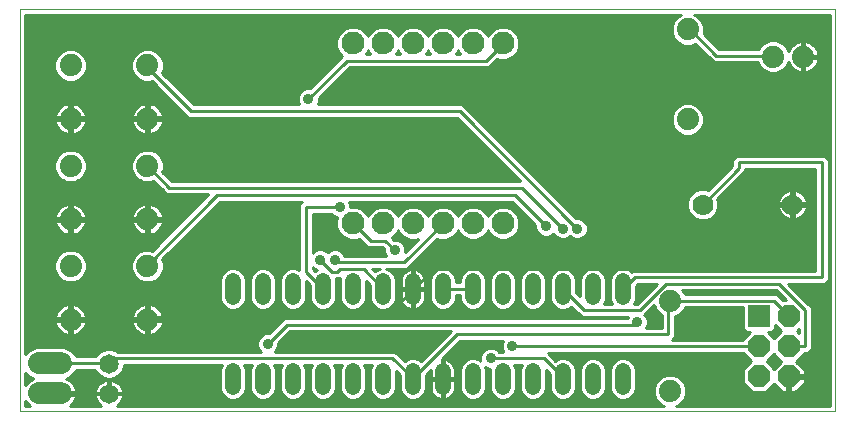
<source format=gbl>
G75*
G70*
%OFA0B0*%
%FSLAX24Y24*%
%IPPOS*%
%LPD*%
%AMOC8*
5,1,8,0,0,1.08239X$1,22.5*
%
%ADD10C,0.0000*%
%ADD11C,0.0760*%
%ADD12C,0.0520*%
%ADD13C,0.0740*%
%ADD14C,0.0650*%
%ADD15C,0.0740*%
%ADD16R,0.0740X0.0740*%
%ADD17OC8,0.0740*%
%ADD18C,0.0700*%
%ADD19C,0.0100*%
%ADD20C,0.0360*%
D10*
X000150Y003319D02*
X000150Y016704D01*
X027315Y016704D01*
X027315Y003319D01*
X000150Y003319D01*
D11*
X011233Y009571D03*
X012233Y009571D03*
X013233Y009571D03*
X014233Y009571D03*
X015233Y009571D03*
X016233Y009571D03*
X016233Y015571D03*
X015233Y015571D03*
X014233Y015571D03*
X013233Y015571D03*
X012233Y015571D03*
X011233Y015571D03*
D12*
X011233Y007638D02*
X011233Y007118D01*
X010233Y007118D02*
X010233Y007638D01*
X009233Y007638D02*
X009233Y007118D01*
X008233Y007118D02*
X008233Y007638D01*
X007233Y007638D02*
X007233Y007118D01*
X007233Y004638D02*
X007233Y004118D01*
X008233Y004118D02*
X008233Y004638D01*
X009233Y004638D02*
X009233Y004118D01*
X010233Y004118D02*
X010233Y004638D01*
X011233Y004638D02*
X011233Y004118D01*
X012233Y004118D02*
X012233Y004638D01*
X013233Y004638D02*
X013233Y004118D01*
X014233Y004118D02*
X014233Y004638D01*
X015233Y004638D02*
X015233Y004118D01*
X016233Y004118D02*
X016233Y004638D01*
X017233Y004638D02*
X017233Y004118D01*
X018233Y004118D02*
X018233Y004638D01*
X019233Y004638D02*
X019233Y004118D01*
X020233Y004118D02*
X020233Y004638D01*
X020233Y007118D02*
X020233Y007638D01*
X019233Y007638D02*
X019233Y007118D01*
X018233Y007118D02*
X018233Y007638D01*
X017233Y007638D02*
X017233Y007118D01*
X016233Y007118D02*
X016233Y007638D01*
X015233Y007638D02*
X015233Y007118D01*
X014233Y007118D02*
X014233Y007638D01*
X013233Y007638D02*
X013233Y007118D01*
X012233Y007118D02*
X012233Y007638D01*
D13*
X004383Y008146D03*
X001823Y008146D03*
X001823Y009712D03*
X004383Y009712D03*
X004383Y011492D03*
X004383Y013059D03*
X001823Y013059D03*
X001823Y011492D03*
X001823Y014839D03*
X004383Y014839D03*
X004383Y006366D03*
X001823Y006366D03*
X021804Y006984D03*
X021804Y003984D03*
X022394Y013039D03*
X025241Y015130D03*
X026241Y015130D03*
X022394Y016039D03*
D14*
X003103Y004893D03*
X003103Y003893D03*
D15*
X001504Y003909D02*
X000764Y003909D01*
X000764Y004909D02*
X001504Y004909D01*
D16*
X024770Y006479D03*
D17*
X025770Y006479D03*
X025770Y005479D03*
X024770Y005479D03*
X024770Y004479D03*
X025770Y004479D03*
D18*
X025886Y010199D03*
X022894Y010199D03*
D19*
X024100Y011405D01*
X024100Y011609D01*
X026870Y011609D01*
X026870Y007779D01*
X020634Y007779D01*
X020233Y007378D01*
X019803Y007357D02*
X019663Y007357D01*
X019663Y007259D02*
X019803Y007259D01*
X019803Y007160D02*
X019663Y007160D01*
X019663Y007062D02*
X019803Y007062D01*
X019803Y007032D02*
X019858Y006899D01*
X019607Y006899D01*
X019663Y007032D01*
X019663Y007723D01*
X019597Y007881D01*
X019476Y008002D01*
X019318Y008068D01*
X019147Y008068D01*
X018989Y008002D01*
X018868Y007881D01*
X018803Y007723D01*
X018803Y007137D01*
X018663Y007277D01*
X018663Y007723D01*
X018597Y007881D01*
X018476Y008002D01*
X018318Y008068D01*
X018147Y008068D01*
X017989Y008002D01*
X017868Y007881D01*
X017803Y007723D01*
X017803Y007032D01*
X017868Y006874D01*
X017989Y006753D01*
X018147Y006688D01*
X018318Y006688D01*
X018476Y006753D01*
X018520Y006797D01*
X018730Y006588D01*
X018730Y006588D01*
X018859Y006459D01*
X020406Y006459D01*
X020389Y006419D01*
X008939Y006419D01*
X008810Y006290D01*
X008429Y005909D01*
X008320Y005909D01*
X008192Y005855D01*
X008093Y005757D01*
X008040Y005628D01*
X008040Y005489D01*
X008093Y005360D01*
X008155Y005299D01*
X003398Y005299D01*
X003383Y005313D01*
X003201Y005388D01*
X003004Y005388D01*
X002822Y005313D01*
X002683Y005174D01*
X002669Y005139D01*
X001994Y005139D01*
X001962Y005215D01*
X001810Y005367D01*
X001612Y005449D01*
X000657Y005449D01*
X000458Y005367D01*
X000320Y005229D01*
X000320Y016534D01*
X022179Y016534D01*
X022088Y016497D01*
X021936Y016345D01*
X021854Y016147D01*
X021854Y015932D01*
X021936Y015733D01*
X022088Y015581D01*
X022287Y015499D01*
X022502Y015499D01*
X022641Y015557D01*
X023130Y015068D01*
X023259Y014939D01*
X024735Y014939D01*
X024783Y014824D01*
X024935Y014672D01*
X025133Y014590D01*
X025348Y014590D01*
X025546Y014672D01*
X025698Y014824D01*
X025751Y014952D01*
X025759Y014930D01*
X025796Y014857D01*
X025844Y014791D01*
X025902Y014733D01*
X025968Y014685D01*
X026041Y014648D01*
X026119Y014622D01*
X026200Y014610D01*
X026211Y014610D01*
X026211Y015100D01*
X026271Y015100D01*
X026271Y015160D01*
X026761Y015160D01*
X026761Y015171D01*
X026748Y015251D01*
X026722Y015329D01*
X026685Y015402D01*
X026637Y015468D01*
X026579Y015526D01*
X026513Y015574D01*
X026440Y015612D01*
X026362Y015637D01*
X026281Y015650D01*
X026271Y015650D01*
X026271Y015160D01*
X026211Y015160D01*
X026211Y015650D01*
X026200Y015650D01*
X026119Y015637D01*
X026041Y015612D01*
X025968Y015574D01*
X025902Y015526D01*
X025844Y015468D01*
X025796Y015402D01*
X025759Y015329D01*
X025751Y015307D01*
X025698Y015436D01*
X025546Y015587D01*
X025348Y015670D01*
X025133Y015670D01*
X024935Y015587D01*
X024783Y015436D01*
X024759Y015379D01*
X023441Y015379D01*
X022921Y015899D01*
X022934Y015932D01*
X022934Y016147D01*
X022852Y016345D01*
X022700Y016497D01*
X022609Y016534D01*
X027145Y016534D01*
X027145Y003489D01*
X022019Y003489D01*
X022109Y003526D01*
X022261Y003678D01*
X022344Y003877D01*
X022344Y004091D01*
X022261Y004290D01*
X022109Y004442D01*
X021911Y004524D01*
X021696Y004524D01*
X021498Y004442D01*
X021346Y004290D01*
X021264Y004091D01*
X021264Y003877D01*
X021346Y003678D01*
X021498Y003526D01*
X021588Y003489D01*
X003354Y003489D01*
X003412Y003531D01*
X003465Y003584D01*
X003509Y003644D01*
X003543Y003711D01*
X003566Y003782D01*
X003578Y003856D01*
X003578Y003875D01*
X003122Y003875D01*
X003122Y003912D01*
X003578Y003912D01*
X003578Y003931D01*
X003566Y004005D01*
X003543Y004076D01*
X003509Y004142D01*
X003465Y004203D01*
X003412Y004256D01*
X003352Y004300D01*
X003285Y004334D01*
X003214Y004357D01*
X003140Y004368D01*
X003122Y004368D01*
X003122Y003912D01*
X003084Y003912D01*
X003084Y003875D01*
X002628Y003875D01*
X002628Y003856D01*
X002639Y003782D01*
X002663Y003711D01*
X002696Y003644D01*
X002740Y003584D01*
X002793Y003531D01*
X002852Y003489D01*
X001810Y003489D01*
X001843Y003513D01*
X001901Y003570D01*
X001949Y003637D01*
X001986Y003710D01*
X002011Y003787D01*
X002023Y003859D01*
X001184Y003859D01*
X001184Y003959D01*
X002023Y003959D01*
X002011Y004031D01*
X001986Y004109D01*
X001949Y004182D01*
X001901Y004248D01*
X001843Y004306D01*
X001777Y004354D01*
X001704Y004391D01*
X001682Y004398D01*
X001810Y004451D01*
X001962Y004603D01*
X002002Y004699D01*
X002648Y004699D01*
X002683Y004613D01*
X002822Y004474D01*
X003004Y004398D01*
X003201Y004398D01*
X003383Y004474D01*
X003522Y004613D01*
X003598Y004795D01*
X003598Y004859D01*
X006859Y004859D01*
X006803Y004723D01*
X006803Y004032D01*
X006868Y003874D01*
X006989Y003753D01*
X007147Y003688D01*
X007318Y003688D01*
X007476Y003753D01*
X007597Y003874D01*
X007663Y004032D01*
X007663Y004723D01*
X007607Y004859D01*
X007859Y004859D01*
X007803Y004723D01*
X007803Y004032D01*
X007868Y003874D01*
X007989Y003753D01*
X008147Y003688D01*
X008318Y003688D01*
X008476Y003753D01*
X008597Y003874D01*
X008663Y004032D01*
X008663Y004723D01*
X008607Y004859D01*
X008859Y004859D01*
X008803Y004723D01*
X008803Y004032D01*
X008868Y003874D01*
X008989Y003753D01*
X009147Y003688D01*
X009318Y003688D01*
X009476Y003753D01*
X009597Y003874D01*
X009663Y004032D01*
X009663Y004723D01*
X009607Y004859D01*
X009859Y004859D01*
X009803Y004723D01*
X009803Y004032D01*
X009868Y003874D01*
X009989Y003753D01*
X010147Y003688D01*
X010318Y003688D01*
X010476Y003753D01*
X010597Y003874D01*
X010663Y004032D01*
X010663Y004723D01*
X010607Y004859D01*
X010859Y004859D01*
X010803Y004723D01*
X010803Y004032D01*
X010868Y003874D01*
X010989Y003753D01*
X011147Y003688D01*
X011318Y003688D01*
X011476Y003753D01*
X011597Y003874D01*
X011663Y004032D01*
X011663Y004723D01*
X011607Y004859D01*
X011859Y004859D01*
X011803Y004723D01*
X011803Y004032D01*
X011868Y003874D01*
X011989Y003753D01*
X012147Y003688D01*
X012318Y003688D01*
X012476Y003753D01*
X012597Y003874D01*
X012663Y004032D01*
X012663Y004655D01*
X012803Y004515D01*
X012803Y004032D01*
X012868Y003874D01*
X012989Y003753D01*
X013147Y003688D01*
X013318Y003688D01*
X013476Y003753D01*
X013597Y003874D01*
X013663Y004032D01*
X013663Y004520D01*
X013825Y004682D01*
X013823Y004670D01*
X013823Y004408D01*
X014203Y004408D01*
X014203Y005048D01*
X014200Y005048D01*
X014188Y005046D01*
X014801Y005659D01*
X016246Y005659D01*
X016200Y005548D01*
X016200Y005409D01*
X016246Y005299D01*
X016105Y005299D01*
X016028Y005375D01*
X015900Y005429D01*
X015760Y005429D01*
X015632Y005375D01*
X015533Y005277D01*
X015480Y005148D01*
X015480Y005009D01*
X015487Y004991D01*
X015476Y005002D01*
X015318Y005068D01*
X015147Y005068D01*
X014989Y005002D01*
X014868Y004881D01*
X014803Y004723D01*
X014803Y004032D01*
X014868Y003874D01*
X014989Y003753D01*
X015147Y003688D01*
X015318Y003688D01*
X015476Y003753D01*
X015597Y003874D01*
X015663Y004032D01*
X015663Y004723D01*
X015640Y004779D01*
X015760Y004729D01*
X015805Y004729D01*
X015803Y004723D01*
X015803Y004032D01*
X015868Y003874D01*
X015989Y003753D01*
X016147Y003688D01*
X016318Y003688D01*
X016476Y003753D01*
X016597Y003874D01*
X016663Y004032D01*
X016663Y004723D01*
X016607Y004859D01*
X016859Y004859D01*
X016803Y004723D01*
X016803Y004032D01*
X016868Y003874D01*
X016989Y003753D01*
X017147Y003688D01*
X017318Y003688D01*
X017476Y003753D01*
X017597Y003874D01*
X017663Y004032D01*
X017663Y004695D01*
X017803Y004555D01*
X017803Y004032D01*
X017868Y003874D01*
X017989Y003753D01*
X018147Y003688D01*
X018318Y003688D01*
X018476Y003753D01*
X018597Y003874D01*
X018663Y004032D01*
X018663Y004723D01*
X018597Y004881D01*
X018476Y005002D01*
X018318Y005068D01*
X018147Y005068D01*
X017989Y005002D01*
X017983Y004996D01*
X017810Y005170D01*
X017721Y005259D01*
X024230Y005259D01*
X024230Y005255D01*
X024506Y004979D01*
X024230Y004702D01*
X024230Y004255D01*
X024546Y003939D01*
X024994Y003939D01*
X025284Y004229D01*
X025555Y003959D01*
X025720Y003959D01*
X025720Y004429D01*
X025820Y004429D01*
X025820Y004529D01*
X026290Y004529D01*
X026290Y004694D01*
X026020Y004964D01*
X026310Y005255D01*
X026310Y005259D01*
X026401Y005259D01*
X026530Y005388D01*
X026530Y006770D01*
X026401Y006899D01*
X025741Y007559D01*
X026961Y007559D01*
X027090Y007688D01*
X027090Y011700D01*
X026961Y011829D01*
X024009Y011829D01*
X023880Y011700D01*
X023880Y011496D01*
X023072Y010688D01*
X022997Y010719D01*
X022791Y010719D01*
X022599Y010639D01*
X022453Y010493D01*
X022374Y010302D01*
X022374Y010095D01*
X022453Y009904D01*
X022599Y009758D01*
X022791Y009679D01*
X022997Y009679D01*
X023188Y009758D01*
X023335Y009904D01*
X023414Y010095D01*
X023414Y010302D01*
X023383Y010377D01*
X024320Y011314D01*
X024320Y011389D01*
X026650Y011389D01*
X026650Y007999D01*
X020542Y007999D01*
X020511Y007967D01*
X020476Y008002D01*
X020318Y008068D01*
X020147Y008068D01*
X019989Y008002D01*
X019868Y007881D01*
X019803Y007723D01*
X019803Y007032D01*
X019831Y006963D02*
X019634Y006963D01*
X018950Y006679D02*
X020790Y006679D01*
X021670Y007559D01*
X025430Y007559D01*
X026310Y006679D01*
X026310Y005479D01*
X025770Y005479D01*
X025270Y005215D02*
X025520Y004964D01*
X025284Y004728D01*
X025034Y004979D01*
X025270Y005215D01*
X025245Y005190D02*
X025295Y005190D01*
X025393Y005092D02*
X025147Y005092D01*
X025048Y004993D02*
X025492Y004993D01*
X025451Y004895D02*
X025118Y004895D01*
X025216Y004796D02*
X025352Y004796D01*
X025720Y004402D02*
X025820Y004402D01*
X025820Y004429D02*
X025820Y003959D01*
X025985Y003959D01*
X026290Y004263D01*
X026290Y004429D01*
X025820Y004429D01*
X025820Y004501D02*
X027145Y004501D01*
X027145Y004599D02*
X026290Y004599D01*
X026286Y004698D02*
X027145Y004698D01*
X027145Y004796D02*
X026188Y004796D01*
X026089Y004895D02*
X027145Y004895D01*
X027145Y004993D02*
X026048Y004993D01*
X026147Y005092D02*
X027145Y005092D01*
X027145Y005190D02*
X026245Y005190D01*
X026431Y005289D02*
X027145Y005289D01*
X027145Y005387D02*
X026530Y005387D01*
X026530Y005486D02*
X027145Y005486D01*
X027145Y005584D02*
X026530Y005584D01*
X026530Y005683D02*
X027145Y005683D01*
X027145Y005781D02*
X026530Y005781D01*
X026530Y005880D02*
X027145Y005880D01*
X027145Y005978D02*
X026530Y005978D01*
X026530Y006077D02*
X027145Y006077D01*
X027145Y006175D02*
X026530Y006175D01*
X026530Y006274D02*
X027145Y006274D01*
X027145Y006372D02*
X026530Y006372D01*
X026530Y006471D02*
X027145Y006471D01*
X027145Y006569D02*
X026530Y006569D01*
X026530Y006668D02*
X027145Y006668D01*
X027145Y006766D02*
X026530Y006766D01*
X026435Y006865D02*
X027145Y006865D01*
X027145Y006963D02*
X026337Y006963D01*
X026238Y007062D02*
X027145Y007062D01*
X027145Y007160D02*
X026140Y007160D01*
X026041Y007259D02*
X027145Y007259D01*
X027145Y007357D02*
X025943Y007357D01*
X025844Y007456D02*
X027145Y007456D01*
X027145Y007554D02*
X025746Y007554D01*
X025339Y007339D02*
X025659Y007019D01*
X025561Y007019D01*
X025361Y007219D01*
X022291Y007219D01*
X022261Y007290D01*
X022213Y007339D01*
X025339Y007339D01*
X025419Y007259D02*
X022274Y007259D01*
X021830Y006999D02*
X021804Y006984D01*
X021750Y006919D01*
X021750Y005879D01*
X014710Y005879D01*
X013270Y004439D01*
X013233Y004378D01*
X013190Y004439D01*
X012550Y005079D01*
X003270Y005079D01*
X003110Y004919D01*
X003103Y004893D01*
X003030Y004919D01*
X001190Y004919D01*
X001134Y004909D01*
X000458Y004451D02*
X000320Y004590D01*
X000320Y004182D01*
X000368Y004248D01*
X000425Y004306D01*
X000492Y004354D01*
X000565Y004391D01*
X000587Y004398D01*
X000458Y004451D01*
X000409Y004501D02*
X000320Y004501D01*
X000320Y004402D02*
X000577Y004402D01*
X000423Y004304D02*
X000320Y004304D01*
X000320Y004205D02*
X000337Y004205D01*
X001184Y003910D02*
X003084Y003910D01*
X003084Y003912D02*
X002628Y003912D01*
X002628Y003931D01*
X002639Y004005D01*
X002663Y004076D01*
X002696Y004142D01*
X002740Y004203D01*
X002793Y004256D01*
X002854Y004300D01*
X002920Y004334D01*
X002992Y004357D01*
X003065Y004368D01*
X003084Y004368D01*
X003084Y003912D01*
X003122Y003910D02*
X006853Y003910D01*
X006813Y004008D02*
X003565Y004008D01*
X003527Y004107D02*
X006803Y004107D01*
X006803Y004205D02*
X003463Y004205D01*
X003344Y004304D02*
X006803Y004304D01*
X006803Y004402D02*
X003210Y004402D01*
X003122Y004304D02*
X003084Y004304D01*
X003084Y004205D02*
X003122Y004205D01*
X003122Y004107D02*
X003084Y004107D01*
X003084Y004008D02*
X003122Y004008D01*
X002862Y004304D02*
X001845Y004304D01*
X001932Y004205D02*
X002743Y004205D01*
X002678Y004107D02*
X001987Y004107D01*
X002015Y004008D02*
X002641Y004008D01*
X002635Y003811D02*
X002015Y003811D01*
X001987Y003713D02*
X002662Y003713D01*
X002719Y003614D02*
X001933Y003614D01*
X001846Y003516D02*
X002815Y003516D01*
X003391Y003516D02*
X021523Y003516D01*
X021410Y003614D02*
X003487Y003614D01*
X003543Y003713D02*
X007087Y003713D01*
X006931Y003811D02*
X003571Y003811D01*
X003410Y004501D02*
X006803Y004501D01*
X006803Y004599D02*
X003508Y004599D01*
X003557Y004698D02*
X006803Y004698D01*
X006833Y004796D02*
X003598Y004796D01*
X002995Y004402D02*
X001691Y004402D01*
X001859Y004501D02*
X002796Y004501D01*
X002697Y004599D02*
X001958Y004599D01*
X002001Y004698D02*
X002648Y004698D01*
X002699Y005190D02*
X001972Y005190D01*
X001888Y005289D02*
X002798Y005289D01*
X003001Y005387D02*
X001761Y005387D01*
X001773Y005847D02*
X001701Y005858D01*
X001623Y005884D01*
X001550Y005921D01*
X001484Y005969D01*
X001426Y006027D01*
X001378Y006093D01*
X001341Y006166D01*
X001316Y006244D01*
X001304Y006316D01*
X001773Y006316D01*
X001773Y006416D01*
X001773Y006884D01*
X001701Y006873D01*
X001623Y006848D01*
X001550Y006810D01*
X001484Y006762D01*
X001426Y006704D01*
X001378Y006638D01*
X001341Y006565D01*
X001316Y006487D01*
X001304Y006416D01*
X001773Y006416D01*
X001873Y006416D01*
X001873Y006884D01*
X001945Y006873D01*
X002022Y006848D01*
X002095Y006810D01*
X002162Y006762D01*
X002219Y006704D01*
X002267Y006638D01*
X002305Y006565D01*
X002330Y006487D01*
X002341Y006416D01*
X001873Y006416D01*
X001873Y006316D01*
X002341Y006316D01*
X002330Y006244D01*
X002305Y006166D01*
X002267Y006093D01*
X002219Y006027D01*
X002162Y005969D01*
X002095Y005921D01*
X002022Y005884D01*
X001945Y005858D01*
X001873Y005847D01*
X001873Y006316D01*
X001773Y006316D01*
X001773Y005847D01*
X001773Y005880D02*
X001873Y005880D01*
X001873Y005978D02*
X001773Y005978D01*
X001773Y006077D02*
X001873Y006077D01*
X001873Y006175D02*
X001773Y006175D01*
X001773Y006274D02*
X001873Y006274D01*
X001873Y006372D02*
X004333Y006372D01*
X004333Y006416D02*
X004333Y006316D01*
X003864Y006316D01*
X003876Y006244D01*
X003901Y006166D01*
X003938Y006093D01*
X003986Y006027D01*
X004044Y005969D01*
X004110Y005921D01*
X004183Y005884D01*
X004261Y005858D01*
X004333Y005847D01*
X004333Y006316D01*
X004433Y006316D01*
X004433Y006416D01*
X004333Y006416D01*
X004333Y006884D01*
X004261Y006873D01*
X004183Y006848D01*
X004110Y006810D01*
X004044Y006762D01*
X003986Y006704D01*
X003938Y006638D01*
X003901Y006565D01*
X003876Y006487D01*
X003864Y006416D01*
X004333Y006416D01*
X004333Y006471D02*
X004433Y006471D01*
X004390Y006439D02*
X004383Y006366D01*
X004433Y006372D02*
X008892Y006372D01*
X008794Y006274D02*
X004895Y006274D01*
X004890Y006244D02*
X004901Y006316D01*
X004433Y006316D01*
X004433Y005847D01*
X004505Y005858D01*
X004582Y005884D01*
X004655Y005921D01*
X004722Y005969D01*
X004779Y006027D01*
X004827Y006093D01*
X004865Y006166D01*
X004890Y006244D01*
X004868Y006175D02*
X008695Y006175D01*
X008597Y006077D02*
X004816Y006077D01*
X004731Y005978D02*
X008498Y005978D01*
X008250Y005880D02*
X004570Y005880D01*
X004433Y005880D02*
X004333Y005880D01*
X004333Y005978D02*
X004433Y005978D01*
X004433Y006077D02*
X004333Y006077D01*
X004333Y006175D02*
X004433Y006175D01*
X004433Y006274D02*
X004333Y006274D01*
X004433Y006416D02*
X004901Y006416D01*
X004890Y006487D01*
X004865Y006565D01*
X004827Y006638D01*
X004779Y006704D01*
X004722Y006762D01*
X004655Y006810D01*
X004582Y006848D01*
X004505Y006873D01*
X004433Y006884D01*
X004433Y006416D01*
X004390Y006439D02*
X012310Y006439D01*
X013190Y007319D01*
X013233Y007378D01*
X013270Y007399D01*
X013910Y008039D01*
X023110Y008039D01*
X025270Y010199D01*
X025386Y010237D02*
X025847Y010237D01*
X025847Y010160D01*
X025386Y010160D01*
X025386Y010159D01*
X025398Y010082D01*
X025423Y010007D01*
X025458Y009937D01*
X025505Y009873D01*
X025560Y009817D01*
X025624Y009771D01*
X025694Y009735D01*
X025769Y009711D01*
X025847Y009699D01*
X025847Y009699D01*
X025847Y010160D01*
X025925Y010160D01*
X025925Y010237D01*
X026386Y010237D01*
X026386Y010238D01*
X026374Y010316D01*
X026349Y010391D01*
X026314Y010461D01*
X026267Y010524D01*
X026212Y010580D01*
X026148Y010626D01*
X026078Y010662D01*
X026003Y010686D01*
X025925Y010699D01*
X025925Y010699D01*
X025925Y010237D01*
X025847Y010237D01*
X025847Y010699D01*
X025769Y010686D01*
X025694Y010662D01*
X025624Y010626D01*
X025560Y010580D01*
X025505Y010524D01*
X025458Y010461D01*
X025423Y010391D01*
X025398Y010316D01*
X025386Y010238D01*
X025386Y010237D01*
X025398Y010312D02*
X023410Y010312D01*
X023414Y010214D02*
X025847Y010214D01*
X025925Y010214D02*
X026650Y010214D01*
X026650Y010312D02*
X026374Y010312D01*
X026339Y010411D02*
X026650Y010411D01*
X026650Y010509D02*
X026278Y010509D01*
X026174Y010608D02*
X026650Y010608D01*
X026650Y010706D02*
X023713Y010706D01*
X023811Y010805D02*
X026650Y010805D01*
X026650Y010903D02*
X023910Y010903D01*
X024008Y011002D02*
X026650Y011002D01*
X026650Y011100D02*
X024107Y011100D01*
X024205Y011199D02*
X026650Y011199D01*
X026650Y011297D02*
X024304Y011297D01*
X023878Y011494D02*
X016926Y011494D01*
X017024Y011396D02*
X023780Y011396D01*
X023681Y011297D02*
X017123Y011297D01*
X017221Y011199D02*
X023583Y011199D01*
X023484Y011100D02*
X017320Y011100D01*
X017418Y011002D02*
X023386Y011002D01*
X023287Y010903D02*
X017517Y010903D01*
X017615Y010805D02*
X023189Y010805D01*
X023090Y010706D02*
X023028Y010706D01*
X022760Y010706D02*
X017714Y010706D01*
X017812Y010608D02*
X022568Y010608D01*
X022469Y010509D02*
X017911Y010509D01*
X018009Y010411D02*
X022419Y010411D01*
X022378Y010312D02*
X018108Y010312D01*
X018206Y010214D02*
X022374Y010214D01*
X022374Y010115D02*
X018305Y010115D01*
X018403Y010017D02*
X022406Y010017D01*
X022447Y009918D02*
X018502Y009918D01*
X018600Y009820D02*
X022538Y009820D01*
X022688Y009721D02*
X018846Y009721D01*
X018908Y009695D02*
X018780Y009749D01*
X018671Y009749D01*
X015010Y013410D01*
X014881Y013539D01*
X010054Y013539D01*
X010100Y013649D01*
X010100Y013758D01*
X011121Y014779D01*
X015761Y014779D01*
X016038Y015056D01*
X016123Y015021D01*
X016342Y015021D01*
X016544Y015104D01*
X016699Y015259D01*
X016783Y015461D01*
X016783Y015680D01*
X016699Y015882D01*
X016544Y016037D01*
X016342Y016121D01*
X016123Y016121D01*
X015921Y016037D01*
X015766Y015882D01*
X015733Y015801D01*
X015699Y015882D01*
X015544Y016037D01*
X015342Y016121D01*
X015123Y016121D01*
X014921Y016037D01*
X014766Y015882D01*
X014733Y015801D01*
X014699Y015882D01*
X014544Y016037D01*
X014342Y016121D01*
X014123Y016121D01*
X013921Y016037D01*
X013766Y015882D01*
X013733Y015801D01*
X013699Y015882D01*
X013544Y016037D01*
X013342Y016121D01*
X013123Y016121D01*
X012921Y016037D01*
X012766Y015882D01*
X012733Y015801D01*
X012699Y015882D01*
X012544Y016037D01*
X012342Y016121D01*
X012123Y016121D01*
X011921Y016037D01*
X011766Y015882D01*
X011733Y015801D01*
X011699Y015882D01*
X011544Y016037D01*
X011342Y016121D01*
X011123Y016121D01*
X010921Y016037D01*
X010766Y015882D01*
X010683Y015680D01*
X010683Y015461D01*
X010766Y015259D01*
X010873Y015153D01*
X009789Y014069D01*
X009680Y014069D01*
X009552Y014015D01*
X009453Y013917D01*
X009400Y013788D01*
X009400Y013649D01*
X009446Y013539D01*
X005921Y013539D01*
X004866Y014594D01*
X004923Y014731D01*
X004923Y014946D01*
X004841Y015144D01*
X004689Y015296D01*
X004490Y015379D01*
X004275Y015379D01*
X004077Y015296D01*
X003925Y015144D01*
X003843Y014946D01*
X003843Y014731D01*
X003925Y014533D01*
X004077Y014381D01*
X004275Y014299D01*
X004490Y014299D01*
X004525Y014313D01*
X005739Y013099D01*
X014699Y013099D01*
X016819Y010979D01*
X005201Y010979D01*
X004885Y011294D01*
X004923Y011385D01*
X004923Y011600D01*
X004841Y011798D01*
X004689Y011950D01*
X004490Y012032D01*
X004275Y012032D01*
X004077Y011950D01*
X003925Y011798D01*
X003843Y011600D01*
X003843Y011385D01*
X003925Y011186D01*
X004077Y011034D01*
X004275Y010952D01*
X004490Y010952D01*
X004572Y010986D01*
X004890Y010668D01*
X005019Y010539D01*
X006419Y010539D01*
X004544Y008663D01*
X004490Y008686D01*
X004275Y008686D01*
X004077Y008603D01*
X003925Y008452D01*
X003843Y008253D01*
X003843Y008038D01*
X003925Y007840D01*
X004077Y007688D01*
X004275Y007606D01*
X004490Y007606D01*
X004689Y007688D01*
X004841Y007840D01*
X004923Y008038D01*
X004923Y008253D01*
X004874Y008371D01*
X006801Y010299D01*
X009539Y010299D01*
X009450Y010210D01*
X009450Y008013D01*
X009318Y008068D01*
X009147Y008068D01*
X008989Y008002D01*
X008868Y007881D01*
X008803Y007723D01*
X008803Y007032D01*
X008868Y006874D01*
X008989Y006753D01*
X009147Y006688D01*
X009318Y006688D01*
X009476Y006753D01*
X009597Y006874D01*
X009663Y007032D01*
X009663Y007655D01*
X009803Y007515D01*
X009803Y007032D01*
X009868Y006874D01*
X009989Y006753D01*
X010147Y006688D01*
X010318Y006688D01*
X010476Y006753D01*
X010597Y006874D01*
X010663Y007032D01*
X010663Y007723D01*
X010656Y007739D01*
X010801Y007739D01*
X010815Y007752D01*
X010803Y007723D01*
X010803Y007032D01*
X010868Y006874D01*
X010989Y006753D01*
X011147Y006688D01*
X011318Y006688D01*
X011476Y006753D01*
X011597Y006874D01*
X011663Y007032D01*
X011663Y007655D01*
X011803Y007515D01*
X011803Y007032D01*
X011868Y006874D01*
X011989Y006753D01*
X012147Y006688D01*
X012318Y006688D01*
X012476Y006753D01*
X012597Y006874D01*
X012663Y007032D01*
X012663Y007723D01*
X012597Y007881D01*
X012476Y008002D01*
X012340Y008059D01*
X013041Y008059D01*
X014038Y009056D01*
X014123Y009021D01*
X014342Y009021D01*
X014544Y009104D01*
X014699Y009259D01*
X014733Y009341D01*
X014766Y009259D01*
X014921Y009104D01*
X015123Y009021D01*
X015342Y009021D01*
X015544Y009104D01*
X015699Y009259D01*
X015733Y009341D01*
X015766Y009259D01*
X015921Y009104D01*
X016123Y009021D01*
X016342Y009021D01*
X016544Y009104D01*
X016699Y009259D01*
X016783Y009461D01*
X016783Y009680D01*
X016699Y009882D01*
X016544Y010037D01*
X016342Y010121D01*
X016123Y010121D01*
X015921Y010037D01*
X015766Y009882D01*
X015733Y009801D01*
X015699Y009882D01*
X015544Y010037D01*
X015342Y010121D01*
X015123Y010121D01*
X014921Y010037D01*
X014766Y009882D01*
X014733Y009801D01*
X014699Y009882D01*
X014544Y010037D01*
X014342Y010121D01*
X014123Y010121D01*
X013921Y010037D01*
X013766Y009882D01*
X013733Y009801D01*
X013699Y009882D01*
X013544Y010037D01*
X013342Y010121D01*
X013123Y010121D01*
X012921Y010037D01*
X012766Y009882D01*
X012733Y009801D01*
X012699Y009882D01*
X012544Y010037D01*
X012342Y010121D01*
X012123Y010121D01*
X011921Y010037D01*
X011766Y009882D01*
X011733Y009801D01*
X011699Y009882D01*
X011544Y010037D01*
X011342Y010121D01*
X011140Y010121D01*
X011140Y010188D01*
X011094Y010299D01*
X016539Y010299D01*
X017320Y009518D01*
X017320Y009409D01*
X017373Y009280D01*
X017472Y009182D01*
X017600Y009129D01*
X017740Y009129D01*
X017868Y009182D01*
X017920Y009233D01*
X017933Y009200D01*
X018032Y009102D01*
X018160Y009049D01*
X018300Y009049D01*
X018428Y009102D01*
X018470Y009144D01*
X018512Y009102D01*
X018640Y009049D01*
X018780Y009049D01*
X018908Y009102D01*
X019007Y009200D01*
X019060Y009329D01*
X019060Y009468D01*
X019007Y009597D01*
X018908Y009695D01*
X018981Y009623D02*
X026650Y009623D01*
X026650Y009721D02*
X026035Y009721D01*
X026003Y009711D02*
X026078Y009735D01*
X026148Y009771D01*
X026212Y009817D01*
X026267Y009873D01*
X026314Y009937D01*
X026349Y010007D01*
X026374Y010082D01*
X026386Y010159D01*
X026386Y010160D01*
X025925Y010160D01*
X025925Y009699D01*
X025925Y009699D01*
X026003Y009711D01*
X025925Y009721D02*
X025847Y009721D01*
X025847Y009820D02*
X025925Y009820D01*
X025925Y009918D02*
X025847Y009918D01*
X025847Y010017D02*
X025925Y010017D01*
X025925Y010115D02*
X025847Y010115D01*
X025847Y010312D02*
X025925Y010312D01*
X025925Y010411D02*
X025847Y010411D01*
X025847Y010509D02*
X025925Y010509D01*
X025925Y010608D02*
X025847Y010608D01*
X025847Y010699D02*
X025847Y010699D01*
X025598Y010608D02*
X023614Y010608D01*
X023516Y010509D02*
X025494Y010509D01*
X025433Y010411D02*
X023417Y010411D01*
X023414Y010115D02*
X025393Y010115D01*
X025419Y010017D02*
X023381Y010017D01*
X023341Y009918D02*
X025472Y009918D01*
X025558Y009820D02*
X023250Y009820D01*
X023100Y009721D02*
X025738Y009721D01*
X026214Y009820D02*
X026650Y009820D01*
X026650Y009918D02*
X026300Y009918D01*
X026353Y010017D02*
X026650Y010017D01*
X026650Y010115D02*
X026379Y010115D01*
X027090Y010115D02*
X027145Y010115D01*
X027145Y010017D02*
X027090Y010017D01*
X027090Y009918D02*
X027145Y009918D01*
X027145Y009820D02*
X027090Y009820D01*
X027090Y009721D02*
X027145Y009721D01*
X027145Y009623D02*
X027090Y009623D01*
X027090Y009524D02*
X027145Y009524D01*
X027145Y009426D02*
X027090Y009426D01*
X027090Y009327D02*
X027145Y009327D01*
X027145Y009229D02*
X027090Y009229D01*
X027090Y009130D02*
X027145Y009130D01*
X027145Y009032D02*
X027090Y009032D01*
X027090Y008933D02*
X027145Y008933D01*
X027145Y008835D02*
X027090Y008835D01*
X027090Y008736D02*
X027145Y008736D01*
X027145Y008638D02*
X027090Y008638D01*
X027090Y008539D02*
X027145Y008539D01*
X027145Y008441D02*
X027090Y008441D01*
X027090Y008342D02*
X027145Y008342D01*
X027145Y008244D02*
X027090Y008244D01*
X027090Y008145D02*
X027145Y008145D01*
X027145Y008047D02*
X027090Y008047D01*
X027090Y007948D02*
X027145Y007948D01*
X027145Y007850D02*
X027090Y007850D01*
X027090Y007751D02*
X027145Y007751D01*
X027145Y007653D02*
X027055Y007653D01*
X026650Y008047D02*
X020369Y008047D01*
X020096Y008047D02*
X019369Y008047D01*
X019530Y007948D02*
X019935Y007948D01*
X019855Y007850D02*
X019610Y007850D01*
X019651Y007751D02*
X019814Y007751D01*
X019803Y007653D02*
X019663Y007653D01*
X019663Y007554D02*
X019803Y007554D01*
X019803Y007456D02*
X019663Y007456D01*
X018935Y007948D02*
X018530Y007948D01*
X018610Y007850D02*
X018855Y007850D01*
X018814Y007751D02*
X018651Y007751D01*
X018663Y007653D02*
X018803Y007653D01*
X018803Y007554D02*
X018663Y007554D01*
X018663Y007456D02*
X018803Y007456D01*
X018803Y007357D02*
X018663Y007357D01*
X018681Y007259D02*
X018803Y007259D01*
X018803Y007160D02*
X018780Y007160D01*
X018310Y007319D02*
X018233Y007378D01*
X018310Y007319D02*
X018950Y006679D01*
X018748Y006569D02*
X004863Y006569D01*
X004893Y006471D02*
X018847Y006471D01*
X018650Y006668D02*
X004806Y006668D01*
X004716Y006766D02*
X006976Y006766D01*
X006989Y006753D02*
X007147Y006688D01*
X007318Y006688D01*
X007476Y006753D01*
X007597Y006874D01*
X007663Y007032D01*
X007663Y007723D01*
X007597Y007881D01*
X007476Y008002D01*
X007318Y008068D01*
X007147Y008068D01*
X006989Y008002D01*
X006868Y007881D01*
X006803Y007723D01*
X006803Y007032D01*
X006868Y006874D01*
X006989Y006753D01*
X006878Y006865D02*
X004530Y006865D01*
X004433Y006865D02*
X004333Y006865D01*
X004236Y006865D02*
X001970Y006865D01*
X001873Y006865D02*
X001773Y006865D01*
X001676Y006865D02*
X000320Y006865D01*
X000320Y006963D02*
X006831Y006963D01*
X006803Y007062D02*
X000320Y007062D01*
X000320Y007160D02*
X006803Y007160D01*
X006803Y007259D02*
X000320Y007259D01*
X000320Y007357D02*
X006803Y007357D01*
X006803Y007456D02*
X000320Y007456D01*
X000320Y007554D02*
X006803Y007554D01*
X006803Y007653D02*
X004604Y007653D01*
X004752Y007751D02*
X006814Y007751D01*
X006855Y007850D02*
X004845Y007850D01*
X004885Y007948D02*
X006935Y007948D01*
X007096Y008047D02*
X004923Y008047D01*
X004923Y008145D02*
X009450Y008145D01*
X009450Y008047D02*
X009369Y008047D01*
X009450Y008244D02*
X004923Y008244D01*
X004886Y008342D02*
X009450Y008342D01*
X009450Y008441D02*
X004943Y008441D01*
X005042Y008539D02*
X009450Y008539D01*
X009450Y008638D02*
X005140Y008638D01*
X005239Y008736D02*
X009450Y008736D01*
X009450Y008835D02*
X005337Y008835D01*
X005436Y008933D02*
X009450Y008933D01*
X009450Y009032D02*
X005534Y009032D01*
X005633Y009130D02*
X009450Y009130D01*
X009450Y009229D02*
X005731Y009229D01*
X005830Y009327D02*
X009450Y009327D01*
X009450Y009426D02*
X005928Y009426D01*
X006027Y009524D02*
X009450Y009524D01*
X009450Y009623D02*
X006125Y009623D01*
X006224Y009721D02*
X009450Y009721D01*
X009450Y009820D02*
X006322Y009820D01*
X006421Y009918D02*
X009450Y009918D01*
X009450Y010017D02*
X006519Y010017D01*
X006618Y010115D02*
X009450Y010115D01*
X009454Y010214D02*
X006716Y010214D01*
X006710Y010519D02*
X016630Y010519D01*
X017670Y009479D01*
X017915Y009229D02*
X017922Y009229D01*
X018004Y009130D02*
X017743Y009130D01*
X017597Y009130D02*
X016570Y009130D01*
X016669Y009229D02*
X017425Y009229D01*
X017354Y009327D02*
X016727Y009327D01*
X016768Y009426D02*
X017320Y009426D01*
X017313Y009524D02*
X016783Y009524D01*
X016783Y009623D02*
X017215Y009623D01*
X017116Y009721D02*
X016766Y009721D01*
X016725Y009820D02*
X017018Y009820D01*
X016919Y009918D02*
X016663Y009918D01*
X016564Y010017D02*
X016821Y010017D01*
X016722Y010115D02*
X016355Y010115D01*
X016110Y010115D02*
X015355Y010115D01*
X015564Y010017D02*
X015901Y010017D01*
X015802Y009918D02*
X015663Y009918D01*
X015725Y009820D02*
X015741Y009820D01*
X015110Y010115D02*
X014355Y010115D01*
X014564Y010017D02*
X014901Y010017D01*
X014802Y009918D02*
X014663Y009918D01*
X014725Y009820D02*
X014741Y009820D01*
X014233Y009571D02*
X014230Y009559D01*
X012950Y008279D01*
X010710Y008279D01*
X010630Y008359D01*
X010390Y008614D02*
X010348Y008655D01*
X010220Y008709D01*
X010080Y008709D01*
X009952Y008655D01*
X009890Y008594D01*
X009890Y009899D01*
X010515Y009899D01*
X010592Y009822D01*
X010720Y009769D01*
X010683Y009680D01*
X010683Y009461D01*
X010766Y009259D01*
X010921Y009104D01*
X011123Y009021D01*
X011342Y009021D01*
X011452Y009066D01*
X011739Y008779D01*
X012219Y008779D01*
X012280Y008718D01*
X012280Y008609D01*
X012326Y008499D01*
X010951Y008499D01*
X010927Y008557D01*
X010828Y008655D01*
X010700Y008709D01*
X010560Y008709D01*
X010432Y008655D01*
X010390Y008614D01*
X010366Y008638D02*
X010414Y008638D01*
X010150Y008359D02*
X010550Y007959D01*
X010710Y007959D01*
X010790Y008039D01*
X011590Y008039D01*
X012230Y007399D01*
X012233Y007378D01*
X012663Y007357D02*
X013203Y007357D01*
X013203Y007348D02*
X012823Y007348D01*
X012823Y007085D01*
X012833Y007022D01*
X012853Y006960D01*
X012882Y006903D01*
X012920Y006851D01*
X012966Y006805D01*
X013018Y006767D01*
X013075Y006738D01*
X013137Y006718D01*
X013200Y006708D01*
X013203Y006708D01*
X013203Y007348D01*
X013263Y007348D01*
X013263Y007408D01*
X013643Y007408D01*
X013643Y007670D01*
X013633Y007734D01*
X013613Y007795D01*
X013583Y007853D01*
X013545Y007905D01*
X013500Y007950D01*
X013448Y007988D01*
X013390Y008018D01*
X013329Y008038D01*
X013265Y008048D01*
X013263Y008048D01*
X013263Y007408D01*
X013203Y007408D01*
X013203Y008048D01*
X013200Y008048D01*
X013137Y008038D01*
X013075Y008018D01*
X013018Y007988D01*
X012966Y007950D01*
X012920Y007905D01*
X012882Y007853D01*
X012853Y007795D01*
X012833Y007734D01*
X012823Y007670D01*
X012823Y007408D01*
X013203Y007408D01*
X013203Y007348D01*
X013263Y007348D02*
X013263Y006708D01*
X013265Y006708D01*
X013329Y006718D01*
X013390Y006738D01*
X013448Y006767D01*
X013500Y006805D01*
X013545Y006851D01*
X013583Y006903D01*
X013613Y006960D01*
X013633Y007022D01*
X013643Y007085D01*
X013643Y007348D01*
X013263Y007348D01*
X013263Y007357D02*
X013803Y007357D01*
X013803Y007259D02*
X013643Y007259D01*
X013643Y007160D02*
X013803Y007160D01*
X013803Y007062D02*
X013639Y007062D01*
X013614Y006963D02*
X013831Y006963D01*
X013803Y007032D02*
X013868Y006874D01*
X013989Y006753D01*
X014147Y006688D01*
X014318Y006688D01*
X014476Y006753D01*
X014597Y006874D01*
X014663Y007032D01*
X014663Y007179D01*
X014803Y007179D01*
X014803Y007032D01*
X014868Y006874D01*
X014989Y006753D01*
X015147Y006688D01*
X015318Y006688D01*
X015476Y006753D01*
X015597Y006874D01*
X015663Y007032D01*
X015663Y007723D01*
X015597Y007881D01*
X015476Y008002D01*
X015318Y008068D01*
X015147Y008068D01*
X014989Y008002D01*
X014868Y007881D01*
X014803Y007723D01*
X014803Y007619D01*
X014663Y007619D01*
X014663Y007723D01*
X014597Y007881D01*
X014476Y008002D01*
X014318Y008068D01*
X014147Y008068D01*
X013989Y008002D01*
X013868Y007881D01*
X013803Y007723D01*
X013803Y007032D01*
X013878Y006865D02*
X013556Y006865D01*
X013446Y006766D02*
X013976Y006766D01*
X014489Y006766D02*
X014976Y006766D01*
X014878Y006865D02*
X014588Y006865D01*
X014634Y006963D02*
X014831Y006963D01*
X014803Y007062D02*
X014663Y007062D01*
X014663Y007160D02*
X014803Y007160D01*
X015190Y007399D02*
X014310Y007399D01*
X014233Y007378D01*
X013803Y007456D02*
X013643Y007456D01*
X013643Y007554D02*
X013803Y007554D01*
X013803Y007653D02*
X013643Y007653D01*
X013627Y007751D02*
X013814Y007751D01*
X013855Y007850D02*
X013585Y007850D01*
X013502Y007948D02*
X013935Y007948D01*
X014096Y008047D02*
X013272Y008047D01*
X013263Y008047D02*
X013203Y008047D01*
X013194Y008047D02*
X012369Y008047D01*
X012530Y007948D02*
X012963Y007948D01*
X012881Y007850D02*
X012610Y007850D01*
X012651Y007751D02*
X012838Y007751D01*
X012823Y007653D02*
X012663Y007653D01*
X012663Y007554D02*
X012823Y007554D01*
X012823Y007456D02*
X012663Y007456D01*
X012663Y007259D02*
X012823Y007259D01*
X012823Y007160D02*
X012663Y007160D01*
X012663Y007062D02*
X012826Y007062D01*
X012852Y006963D02*
X012634Y006963D01*
X012588Y006865D02*
X012910Y006865D01*
X013020Y006766D02*
X012489Y006766D01*
X011976Y006766D02*
X011489Y006766D01*
X011588Y006865D02*
X011878Y006865D01*
X011831Y006963D02*
X011634Y006963D01*
X011663Y007062D02*
X011803Y007062D01*
X011803Y007160D02*
X011663Y007160D01*
X011663Y007259D02*
X011803Y007259D01*
X011803Y007357D02*
X011663Y007357D01*
X011663Y007456D02*
X011803Y007456D01*
X011763Y007554D02*
X011663Y007554D01*
X011663Y007653D02*
X011665Y007653D01*
X011963Y007976D02*
X011881Y008059D01*
X012125Y008059D01*
X011989Y008002D01*
X011963Y007976D01*
X011893Y008047D02*
X012096Y008047D01*
X012309Y008539D02*
X010934Y008539D01*
X010846Y008638D02*
X012280Y008638D01*
X012261Y008736D02*
X009890Y008736D01*
X009890Y008638D02*
X009934Y008638D01*
X009890Y008835D02*
X011683Y008835D01*
X011584Y008933D02*
X009890Y008933D01*
X009890Y009032D02*
X011097Y009032D01*
X010895Y009130D02*
X009890Y009130D01*
X009890Y009229D02*
X010797Y009229D01*
X010738Y009327D02*
X009890Y009327D01*
X009890Y009426D02*
X010697Y009426D01*
X010683Y009524D02*
X009890Y009524D01*
X009890Y009623D02*
X010683Y009623D01*
X010700Y009721D02*
X009890Y009721D01*
X009890Y009820D02*
X010597Y009820D01*
X010790Y010119D02*
X009670Y010119D01*
X009670Y007959D01*
X010230Y007399D01*
X010233Y007378D01*
X010663Y007357D02*
X010803Y007357D01*
X010803Y007259D02*
X010663Y007259D01*
X010663Y007160D02*
X010803Y007160D01*
X010803Y007062D02*
X010663Y007062D01*
X010634Y006963D02*
X010831Y006963D01*
X010878Y006865D02*
X010588Y006865D01*
X010489Y006766D02*
X010976Y006766D01*
X009976Y006766D02*
X009489Y006766D01*
X009588Y006865D02*
X009878Y006865D01*
X009831Y006963D02*
X009634Y006963D01*
X009663Y007062D02*
X009803Y007062D01*
X009803Y007160D02*
X009663Y007160D01*
X009663Y007259D02*
X009803Y007259D01*
X009803Y007357D02*
X009663Y007357D01*
X009663Y007456D02*
X009803Y007456D01*
X009763Y007554D02*
X009663Y007554D01*
X009663Y007653D02*
X009665Y007653D01*
X009963Y007976D02*
X009890Y008050D01*
X009890Y008124D01*
X009952Y008062D01*
X010042Y008024D01*
X009989Y008002D01*
X009963Y007976D01*
X009989Y008047D02*
X009893Y008047D01*
X010663Y007653D02*
X010803Y007653D01*
X010814Y007751D02*
X010814Y007751D01*
X010803Y007554D02*
X010663Y007554D01*
X010663Y007456D02*
X010803Y007456D01*
X009096Y008047D02*
X008369Y008047D01*
X008318Y008068D02*
X008147Y008068D01*
X007989Y008002D01*
X007868Y007881D01*
X007803Y007723D01*
X007803Y007032D01*
X007868Y006874D01*
X007989Y006753D01*
X008147Y006688D01*
X008318Y006688D01*
X008476Y006753D01*
X008597Y006874D01*
X008663Y007032D01*
X008663Y007723D01*
X008597Y007881D01*
X008476Y008002D01*
X008318Y008068D01*
X008096Y008047D02*
X007369Y008047D01*
X007530Y007948D02*
X007935Y007948D01*
X007855Y007850D02*
X007610Y007850D01*
X007651Y007751D02*
X007814Y007751D01*
X007803Y007653D02*
X007663Y007653D01*
X007663Y007554D02*
X007803Y007554D01*
X007803Y007456D02*
X007663Y007456D01*
X007663Y007357D02*
X007803Y007357D01*
X007803Y007259D02*
X007663Y007259D01*
X007663Y007160D02*
X007803Y007160D01*
X007803Y007062D02*
X007663Y007062D01*
X007634Y006963D02*
X007831Y006963D01*
X007878Y006865D02*
X007588Y006865D01*
X007489Y006766D02*
X007976Y006766D01*
X008489Y006766D02*
X008976Y006766D01*
X008878Y006865D02*
X008588Y006865D01*
X008634Y006963D02*
X008831Y006963D01*
X008803Y007062D02*
X008663Y007062D01*
X008663Y007160D02*
X008803Y007160D01*
X008803Y007259D02*
X008663Y007259D01*
X008663Y007357D02*
X008803Y007357D01*
X008803Y007456D02*
X008663Y007456D01*
X008663Y007554D02*
X008803Y007554D01*
X008803Y007653D02*
X008663Y007653D01*
X008651Y007751D02*
X008814Y007751D01*
X008855Y007850D02*
X008610Y007850D01*
X008530Y007948D02*
X008935Y007948D01*
X011369Y009032D02*
X011486Y009032D01*
X011830Y008999D02*
X011270Y009559D01*
X011233Y009571D01*
X011725Y009820D02*
X011741Y009820D01*
X011802Y009918D02*
X011663Y009918D01*
X011564Y010017D02*
X011901Y010017D01*
X012110Y010115D02*
X011355Y010115D01*
X011129Y010214D02*
X016624Y010214D01*
X016870Y010759D02*
X018230Y009399D01*
X018456Y009130D02*
X018484Y009130D01*
X018710Y009399D02*
X014790Y013319D01*
X005830Y013319D01*
X004390Y014759D01*
X004383Y014839D01*
X004884Y015040D02*
X010760Y015040D01*
X010662Y014942D02*
X004923Y014942D01*
X004923Y014843D02*
X010563Y014843D01*
X010465Y014745D02*
X004923Y014745D01*
X004888Y014646D02*
X010366Y014646D01*
X010268Y014548D02*
X004912Y014548D01*
X005011Y014449D02*
X010169Y014449D01*
X010071Y014351D02*
X005109Y014351D01*
X005208Y014252D02*
X009972Y014252D01*
X009874Y014154D02*
X005306Y014154D01*
X005405Y014055D02*
X009648Y014055D01*
X009493Y013957D02*
X005503Y013957D01*
X005602Y013858D02*
X009429Y013858D01*
X009400Y013760D02*
X005700Y013760D01*
X005799Y013661D02*
X009400Y013661D01*
X009436Y013563D02*
X005897Y013563D01*
X005570Y013267D02*
X004860Y013267D01*
X004865Y013258D02*
X004827Y013331D01*
X004779Y013397D01*
X004722Y013455D01*
X004655Y013503D01*
X004582Y013540D01*
X004505Y013566D01*
X004433Y013577D01*
X004433Y013109D01*
X004333Y013109D01*
X004333Y013577D01*
X004261Y013566D01*
X004183Y013540D01*
X004110Y013503D01*
X004044Y013455D01*
X003986Y013397D01*
X003938Y013331D01*
X003901Y013258D01*
X003876Y013180D01*
X003864Y013109D01*
X004333Y013109D01*
X004333Y013009D01*
X003864Y013009D01*
X003876Y012937D01*
X003901Y012859D01*
X003938Y012786D01*
X003986Y012720D01*
X004044Y012662D01*
X004110Y012614D01*
X004183Y012577D01*
X004261Y012551D01*
X004333Y012540D01*
X004333Y013009D01*
X004433Y013009D01*
X004433Y013109D01*
X004901Y013109D01*
X004890Y013180D01*
X004865Y013258D01*
X004892Y013169D02*
X005669Y013169D01*
X005472Y013366D02*
X004802Y013366D01*
X004709Y013464D02*
X005373Y013464D01*
X005275Y013563D02*
X004514Y013563D01*
X004433Y013563D02*
X004333Y013563D01*
X004251Y013563D02*
X001954Y013563D01*
X001945Y013566D02*
X001873Y013577D01*
X001873Y013109D01*
X001773Y013109D01*
X001773Y013577D01*
X001701Y013566D01*
X001623Y013540D01*
X001550Y013503D01*
X001484Y013455D01*
X001426Y013397D01*
X001378Y013331D01*
X001341Y013258D01*
X001316Y013180D01*
X001304Y013109D01*
X001773Y013109D01*
X001773Y013009D01*
X001304Y013009D01*
X001316Y012937D01*
X001341Y012859D01*
X001378Y012786D01*
X001426Y012720D01*
X001484Y012662D01*
X001550Y012614D01*
X001623Y012577D01*
X001701Y012551D01*
X001773Y012540D01*
X001773Y013009D01*
X001873Y013009D01*
X001873Y013109D01*
X002341Y013109D01*
X002330Y013180D01*
X002305Y013258D01*
X002267Y013331D01*
X002219Y013397D01*
X002162Y013455D01*
X002095Y013503D01*
X002022Y013540D01*
X001945Y013566D01*
X001873Y013563D02*
X001773Y013563D01*
X001691Y013563D02*
X000320Y013563D01*
X000320Y013661D02*
X005176Y013661D01*
X005078Y013760D02*
X000320Y013760D01*
X000320Y013858D02*
X004979Y013858D01*
X004881Y013957D02*
X000320Y013957D01*
X000320Y014055D02*
X004782Y014055D01*
X004684Y014154D02*
X000320Y014154D01*
X000320Y014252D02*
X004585Y014252D01*
X004150Y014351D02*
X002056Y014351D01*
X002129Y014381D02*
X002281Y014533D01*
X002363Y014731D01*
X002363Y014946D01*
X002281Y015144D01*
X002129Y015296D01*
X001930Y015379D01*
X001715Y015379D01*
X001517Y015296D01*
X001365Y015144D01*
X001283Y014946D01*
X001283Y014731D01*
X001365Y014533D01*
X001517Y014381D01*
X001715Y014299D01*
X001930Y014299D01*
X002129Y014381D01*
X002197Y014449D02*
X004008Y014449D01*
X003919Y014548D02*
X002287Y014548D01*
X002328Y014646D02*
X003878Y014646D01*
X003843Y014745D02*
X002363Y014745D01*
X002363Y014843D02*
X003843Y014843D01*
X003843Y014942D02*
X002363Y014942D01*
X002324Y015040D02*
X003882Y015040D01*
X003923Y015139D02*
X002283Y015139D01*
X002188Y015237D02*
X004018Y015237D01*
X004172Y015336D02*
X002034Y015336D01*
X001612Y015336D02*
X000320Y015336D01*
X000320Y015434D02*
X010694Y015434D01*
X010683Y015533D02*
X000320Y015533D01*
X000320Y015631D02*
X010683Y015631D01*
X010703Y015730D02*
X000320Y015730D01*
X000320Y015828D02*
X010744Y015828D01*
X010811Y015927D02*
X000320Y015927D01*
X000320Y016025D02*
X010909Y016025D01*
X011556Y016025D02*
X011909Y016025D01*
X011811Y015927D02*
X011654Y015927D01*
X011721Y015828D02*
X011744Y015828D01*
X011733Y015341D02*
X011766Y015259D01*
X011807Y015219D01*
X011659Y015219D01*
X011699Y015259D01*
X011733Y015341D01*
X011731Y015336D02*
X011735Y015336D01*
X011788Y015237D02*
X011677Y015237D01*
X011087Y014745D02*
X024862Y014745D01*
X024775Y014843D02*
X015826Y014843D01*
X015924Y014942D02*
X023256Y014942D01*
X023157Y015040D02*
X016389Y015040D01*
X016579Y015139D02*
X023059Y015139D01*
X022960Y015237D02*
X016677Y015237D01*
X016731Y015336D02*
X022862Y015336D01*
X022763Y015434D02*
X016771Y015434D01*
X016783Y015533D02*
X022206Y015533D01*
X022038Y015631D02*
X016783Y015631D01*
X016762Y015730D02*
X021940Y015730D01*
X021897Y015828D02*
X016721Y015828D01*
X016654Y015927D02*
X021856Y015927D01*
X021854Y016025D02*
X016556Y016025D01*
X015909Y016025D02*
X015556Y016025D01*
X015654Y015927D02*
X015811Y015927D01*
X015744Y015828D02*
X015721Y015828D01*
X016233Y015571D02*
X016230Y015559D01*
X015670Y014999D01*
X011030Y014999D01*
X009750Y013719D01*
X010064Y013563D02*
X022247Y013563D01*
X022287Y013579D02*
X022088Y013497D01*
X021936Y013345D01*
X021854Y013147D01*
X021854Y012932D01*
X021936Y012733D01*
X022088Y012581D01*
X022287Y012499D01*
X022502Y012499D01*
X022700Y012581D01*
X022852Y012733D01*
X022934Y012932D01*
X022934Y013147D01*
X022852Y013345D01*
X022700Y013497D01*
X022502Y013579D01*
X022287Y013579D01*
X022541Y013563D02*
X027145Y013563D01*
X027145Y013661D02*
X010100Y013661D01*
X010102Y013760D02*
X027145Y013760D01*
X027145Y013858D02*
X010201Y013858D01*
X010299Y013957D02*
X027145Y013957D01*
X027145Y014055D02*
X010398Y014055D01*
X010496Y014154D02*
X027145Y014154D01*
X027145Y014252D02*
X010595Y014252D01*
X010693Y014351D02*
X027145Y014351D01*
X027145Y014449D02*
X010792Y014449D01*
X010890Y014548D02*
X027145Y014548D01*
X027145Y014646D02*
X026435Y014646D01*
X026440Y014648D02*
X026513Y014685D01*
X026579Y014733D01*
X026637Y014791D01*
X026685Y014857D01*
X026722Y014930D01*
X026748Y015008D01*
X026761Y015089D01*
X026761Y015100D01*
X026271Y015100D01*
X026271Y014610D01*
X026281Y014610D01*
X026362Y014622D01*
X026440Y014648D01*
X026271Y014646D02*
X026211Y014646D01*
X026211Y014745D02*
X026271Y014745D01*
X026271Y014843D02*
X026211Y014843D01*
X026211Y014942D02*
X026271Y014942D01*
X026271Y015040D02*
X026211Y015040D01*
X026271Y015139D02*
X027145Y015139D01*
X027145Y015237D02*
X026750Y015237D01*
X026719Y015336D02*
X027145Y015336D01*
X027145Y015434D02*
X026662Y015434D01*
X026571Y015533D02*
X027145Y015533D01*
X027145Y015631D02*
X026380Y015631D01*
X026271Y015631D02*
X026211Y015631D01*
X026211Y015533D02*
X026271Y015533D01*
X026271Y015434D02*
X026211Y015434D01*
X026211Y015336D02*
X026271Y015336D01*
X026271Y015237D02*
X026211Y015237D01*
X025911Y015533D02*
X025601Y015533D01*
X025699Y015434D02*
X025819Y015434D01*
X025762Y015336D02*
X025740Y015336D01*
X025747Y014942D02*
X025755Y014942D01*
X025706Y014843D02*
X025806Y014843D01*
X025890Y014745D02*
X025619Y014745D01*
X025484Y014646D02*
X026046Y014646D01*
X026591Y014745D02*
X027145Y014745D01*
X027145Y014843D02*
X026675Y014843D01*
X026726Y014942D02*
X027145Y014942D01*
X027145Y015040D02*
X026753Y015040D01*
X027145Y015730D02*
X023090Y015730D01*
X022992Y015828D02*
X027145Y015828D01*
X027145Y015927D02*
X022932Y015927D01*
X022934Y016025D02*
X027145Y016025D01*
X027145Y016124D02*
X022934Y016124D01*
X022903Y016222D02*
X027145Y016222D01*
X027145Y016321D02*
X022862Y016321D01*
X022778Y016419D02*
X027145Y016419D01*
X027145Y016518D02*
X022650Y016518D01*
X022138Y016518D02*
X000320Y016518D01*
X000320Y016419D02*
X022010Y016419D01*
X021926Y016321D02*
X000320Y016321D01*
X000320Y016222D02*
X021885Y016222D01*
X021854Y016124D02*
X000320Y016124D01*
X000320Y015237D02*
X001458Y015237D01*
X001363Y015139D02*
X000320Y015139D01*
X000320Y015040D02*
X001322Y015040D01*
X001283Y014942D02*
X000320Y014942D01*
X000320Y014843D02*
X001283Y014843D01*
X001283Y014745D02*
X000320Y014745D01*
X000320Y014646D02*
X001318Y014646D01*
X001359Y014548D02*
X000320Y014548D01*
X000320Y014449D02*
X001448Y014449D01*
X001590Y014351D02*
X000320Y014351D01*
X000320Y013464D02*
X001496Y013464D01*
X001403Y013366D02*
X000320Y013366D01*
X000320Y013267D02*
X001345Y013267D01*
X001314Y013169D02*
X000320Y013169D01*
X000320Y013070D02*
X001773Y013070D01*
X001773Y012972D02*
X001873Y012972D01*
X001873Y013009D02*
X001873Y012540D01*
X001945Y012551D01*
X002022Y012577D01*
X002095Y012614D01*
X002162Y012662D01*
X002219Y012720D01*
X002267Y012786D01*
X002305Y012859D01*
X002330Y012937D01*
X002341Y013009D01*
X001873Y013009D01*
X001873Y013070D02*
X004333Y013070D01*
X004333Y012972D02*
X004433Y012972D01*
X004433Y013009D02*
X004433Y012540D01*
X004505Y012551D01*
X004582Y012577D01*
X004655Y012614D01*
X004722Y012662D01*
X004779Y012720D01*
X004827Y012786D01*
X004865Y012859D01*
X004890Y012937D01*
X004901Y013009D01*
X004433Y013009D01*
X004433Y013070D02*
X014727Y013070D01*
X014826Y012972D02*
X004895Y012972D01*
X004869Y012873D02*
X014924Y012873D01*
X015023Y012775D02*
X004819Y012775D01*
X004736Y012676D02*
X015121Y012676D01*
X015220Y012578D02*
X004584Y012578D01*
X004433Y012578D02*
X004333Y012578D01*
X004333Y012676D02*
X004433Y012676D01*
X004433Y012775D02*
X004333Y012775D01*
X004333Y012873D02*
X004433Y012873D01*
X004433Y013169D02*
X004333Y013169D01*
X004333Y013267D02*
X004433Y013267D01*
X004433Y013366D02*
X004333Y013366D01*
X004333Y013464D02*
X004433Y013464D01*
X004056Y013464D02*
X002149Y013464D01*
X002242Y013366D02*
X003963Y013366D01*
X003905Y013267D02*
X002300Y013267D01*
X002332Y013169D02*
X003874Y013169D01*
X003870Y012972D02*
X002335Y012972D01*
X002309Y012873D02*
X003896Y012873D01*
X003946Y012775D02*
X002259Y012775D01*
X002176Y012676D02*
X004030Y012676D01*
X004181Y012578D02*
X002024Y012578D01*
X001873Y012578D02*
X001773Y012578D01*
X001773Y012676D02*
X001873Y012676D01*
X001873Y012775D02*
X001773Y012775D01*
X001773Y012873D02*
X001873Y012873D01*
X001873Y013169D02*
X001773Y013169D01*
X001773Y013267D02*
X001873Y013267D01*
X001873Y013366D02*
X001773Y013366D01*
X001773Y013464D02*
X001873Y013464D01*
X001310Y012972D02*
X000320Y012972D01*
X000320Y012873D02*
X001336Y012873D01*
X001386Y012775D02*
X000320Y012775D01*
X000320Y012676D02*
X001470Y012676D01*
X001621Y012578D02*
X000320Y012578D01*
X000320Y012479D02*
X015318Y012479D01*
X015417Y012381D02*
X000320Y012381D01*
X000320Y012282D02*
X015515Y012282D01*
X015614Y012184D02*
X000320Y012184D01*
X000320Y012085D02*
X015712Y012085D01*
X015811Y011987D02*
X004600Y011987D01*
X004750Y011888D02*
X015909Y011888D01*
X016008Y011790D02*
X004844Y011790D01*
X004885Y011691D02*
X016106Y011691D01*
X016205Y011593D02*
X004923Y011593D01*
X004923Y011494D02*
X016303Y011494D01*
X016402Y011396D02*
X004923Y011396D01*
X004886Y011297D02*
X016500Y011297D01*
X016599Y011199D02*
X004981Y011199D01*
X005080Y011100D02*
X016697Y011100D01*
X016796Y011002D02*
X005178Y011002D01*
X005110Y010759D02*
X016870Y010759D01*
X016827Y011593D02*
X023880Y011593D01*
X023880Y011691D02*
X016729Y011691D01*
X016630Y011790D02*
X023970Y011790D01*
X022691Y012578D02*
X027145Y012578D01*
X027145Y012676D02*
X022795Y012676D01*
X022869Y012775D02*
X027145Y012775D01*
X027145Y012873D02*
X022910Y012873D01*
X022934Y012972D02*
X027145Y012972D01*
X027145Y013070D02*
X022934Y013070D01*
X022925Y013169D02*
X027145Y013169D01*
X027145Y013267D02*
X022884Y013267D01*
X022831Y013366D02*
X027145Y013366D01*
X027145Y013464D02*
X022733Y013464D01*
X022055Y013464D02*
X014956Y013464D01*
X015054Y013366D02*
X021957Y013366D01*
X021904Y013267D02*
X015153Y013267D01*
X015251Y013169D02*
X021863Y013169D01*
X021854Y013070D02*
X015350Y013070D01*
X015448Y012972D02*
X021854Y012972D01*
X021878Y012873D02*
X015547Y012873D01*
X015645Y012775D02*
X021919Y012775D01*
X021993Y012676D02*
X015744Y012676D01*
X015842Y012578D02*
X022097Y012578D01*
X024997Y014646D02*
X010989Y014646D01*
X010859Y015139D02*
X004843Y015139D01*
X004748Y015237D02*
X010788Y015237D01*
X010735Y015336D02*
X004594Y015336D01*
X004166Y011987D02*
X002040Y011987D01*
X002129Y011950D02*
X001930Y012032D01*
X001715Y012032D01*
X001517Y011950D01*
X001365Y011798D01*
X001283Y011600D01*
X001283Y011385D01*
X001365Y011186D01*
X001517Y011034D01*
X001715Y010952D01*
X001930Y010952D01*
X002129Y011034D01*
X002281Y011186D01*
X002363Y011385D01*
X002363Y011600D01*
X002281Y011798D01*
X002129Y011950D01*
X002190Y011888D02*
X004015Y011888D01*
X003922Y011790D02*
X002284Y011790D01*
X002325Y011691D02*
X003881Y011691D01*
X003843Y011593D02*
X002363Y011593D01*
X002363Y011494D02*
X003843Y011494D01*
X003843Y011396D02*
X002363Y011396D01*
X002326Y011297D02*
X003879Y011297D01*
X003920Y011199D02*
X002286Y011199D01*
X002194Y011100D02*
X004011Y011100D01*
X004156Y011002D02*
X002050Y011002D01*
X001596Y011002D02*
X000320Y011002D01*
X000320Y011100D02*
X001451Y011100D01*
X001360Y011199D02*
X000320Y011199D01*
X000320Y011297D02*
X001319Y011297D01*
X001283Y011396D02*
X000320Y011396D01*
X000320Y011494D02*
X001283Y011494D01*
X001283Y011593D02*
X000320Y011593D01*
X000320Y011691D02*
X001321Y011691D01*
X001362Y011790D02*
X000320Y011790D01*
X000320Y011888D02*
X001455Y011888D01*
X001606Y011987D02*
X000320Y011987D01*
X000320Y010903D02*
X004654Y010903D01*
X004753Y010805D02*
X000320Y010805D01*
X000320Y010706D02*
X004851Y010706D01*
X004950Y010608D02*
X000320Y010608D01*
X000320Y010509D02*
X006389Y010509D01*
X006291Y010411D02*
X000320Y010411D01*
X000320Y010312D02*
X006192Y010312D01*
X006094Y010214D02*
X004522Y010214D01*
X004505Y010219D02*
X004433Y010231D01*
X004433Y009762D01*
X004901Y009762D01*
X004890Y009834D01*
X004865Y009912D01*
X004827Y009985D01*
X004779Y010051D01*
X004722Y010109D01*
X004655Y010157D01*
X004582Y010194D01*
X004505Y010219D01*
X004433Y010214D02*
X004333Y010214D01*
X004333Y010231D02*
X004261Y010219D01*
X004183Y010194D01*
X004110Y010157D01*
X004044Y010109D01*
X003986Y010051D01*
X003938Y009985D01*
X003901Y009912D01*
X003876Y009834D01*
X003864Y009762D01*
X004333Y009762D01*
X004333Y010231D01*
X004244Y010214D02*
X001962Y010214D01*
X001945Y010219D02*
X001873Y010231D01*
X001873Y009762D01*
X002341Y009762D01*
X002330Y009834D01*
X002305Y009912D01*
X002267Y009985D01*
X002219Y010051D01*
X002162Y010109D01*
X002095Y010157D01*
X002022Y010194D01*
X001945Y010219D01*
X001873Y010214D02*
X001773Y010214D01*
X001773Y010231D02*
X001701Y010219D01*
X001623Y010194D01*
X001550Y010157D01*
X001484Y010109D01*
X001426Y010051D01*
X001378Y009985D01*
X001341Y009912D01*
X001316Y009834D01*
X001304Y009762D01*
X001773Y009762D01*
X001773Y010231D01*
X001684Y010214D02*
X000320Y010214D01*
X000320Y010115D02*
X001493Y010115D01*
X001401Y010017D02*
X000320Y010017D01*
X000320Y009918D02*
X001344Y009918D01*
X001313Y009820D02*
X000320Y009820D01*
X000320Y009721D02*
X001773Y009721D01*
X001773Y009762D02*
X001773Y009662D01*
X001873Y009662D01*
X001873Y009762D01*
X001773Y009762D01*
X001773Y009820D02*
X001873Y009820D01*
X001873Y009918D02*
X001773Y009918D01*
X001773Y010017D02*
X001873Y010017D01*
X001873Y010115D02*
X001773Y010115D01*
X002153Y010115D02*
X004053Y010115D01*
X003961Y010017D02*
X002244Y010017D01*
X002301Y009918D02*
X003904Y009918D01*
X003873Y009820D02*
X002332Y009820D01*
X002341Y009662D02*
X001873Y009662D01*
X001873Y009194D01*
X001945Y009205D01*
X002022Y009230D01*
X002095Y009267D01*
X002162Y009315D01*
X002219Y009373D01*
X002267Y009440D01*
X002305Y009512D01*
X002330Y009590D01*
X002341Y009662D01*
X002335Y009623D02*
X003870Y009623D01*
X003876Y009590D02*
X003901Y009512D01*
X003938Y009440D01*
X003986Y009373D01*
X004044Y009315D01*
X004110Y009267D01*
X004183Y009230D01*
X004261Y009205D01*
X004333Y009194D01*
X004333Y009662D01*
X004433Y009662D01*
X004433Y009762D01*
X004333Y009762D01*
X004333Y009662D01*
X003864Y009662D01*
X003876Y009590D01*
X003897Y009524D02*
X002308Y009524D01*
X002257Y009426D02*
X003948Y009426D01*
X004032Y009327D02*
X002173Y009327D01*
X002018Y009229D02*
X004188Y009229D01*
X004333Y009229D02*
X004433Y009229D01*
X004433Y009194D02*
X004505Y009205D01*
X004582Y009230D01*
X004655Y009267D01*
X004722Y009315D01*
X004779Y009373D01*
X004827Y009440D01*
X004865Y009512D01*
X004890Y009590D01*
X004901Y009662D01*
X004433Y009662D01*
X004433Y009194D01*
X004433Y009327D02*
X004333Y009327D01*
X004333Y009426D02*
X004433Y009426D01*
X004433Y009524D02*
X004333Y009524D01*
X004333Y009623D02*
X004433Y009623D01*
X004433Y009721D02*
X005601Y009721D01*
X005503Y009623D02*
X004895Y009623D01*
X004868Y009524D02*
X005404Y009524D01*
X005306Y009426D02*
X004817Y009426D01*
X004733Y009327D02*
X005207Y009327D01*
X005109Y009229D02*
X004578Y009229D01*
X004912Y009032D02*
X000320Y009032D01*
X000320Y009130D02*
X005010Y009130D01*
X004813Y008933D02*
X000320Y008933D01*
X000320Y008835D02*
X004715Y008835D01*
X004616Y008736D02*
X000320Y008736D01*
X000320Y008638D02*
X001599Y008638D01*
X001517Y008603D02*
X001365Y008452D01*
X001283Y008253D01*
X001283Y008038D01*
X001365Y007840D01*
X001517Y007688D01*
X001715Y007606D01*
X001930Y007606D01*
X002129Y007688D01*
X002281Y007840D01*
X002363Y008038D01*
X002363Y008253D01*
X002281Y008452D01*
X002129Y008603D01*
X001930Y008686D01*
X001715Y008686D01*
X001517Y008603D01*
X001453Y008539D02*
X000320Y008539D01*
X000320Y008441D02*
X001360Y008441D01*
X001320Y008342D02*
X000320Y008342D01*
X000320Y008244D02*
X001283Y008244D01*
X001283Y008145D02*
X000320Y008145D01*
X000320Y008047D02*
X001283Y008047D01*
X001320Y007948D02*
X000320Y007948D01*
X000320Y007850D02*
X001361Y007850D01*
X001454Y007751D02*
X000320Y007751D01*
X000320Y007653D02*
X001602Y007653D01*
X002044Y007653D02*
X004162Y007653D01*
X004014Y007751D02*
X002192Y007751D01*
X002285Y007850D02*
X003921Y007850D01*
X003880Y007948D02*
X002325Y007948D01*
X002363Y008047D02*
X003843Y008047D01*
X003843Y008145D02*
X002363Y008145D01*
X002363Y008244D02*
X003843Y008244D01*
X003880Y008342D02*
X002326Y008342D01*
X002285Y008441D02*
X003920Y008441D01*
X004013Y008539D02*
X002193Y008539D01*
X002046Y008638D02*
X004159Y008638D01*
X004390Y008199D02*
X004383Y008146D01*
X004390Y008199D02*
X006710Y010519D01*
X005995Y010115D02*
X004713Y010115D01*
X004804Y010017D02*
X005897Y010017D01*
X005798Y009918D02*
X004861Y009918D01*
X004892Y009820D02*
X005700Y009820D01*
X004433Y009820D02*
X004333Y009820D01*
X004333Y009918D02*
X004433Y009918D01*
X004433Y010017D02*
X004333Y010017D01*
X004333Y010115D02*
X004433Y010115D01*
X004333Y009721D02*
X001873Y009721D01*
X001873Y009623D02*
X001773Y009623D01*
X001773Y009662D02*
X001773Y009194D01*
X001701Y009205D01*
X001623Y009230D01*
X001550Y009267D01*
X001484Y009315D01*
X001426Y009373D01*
X001378Y009440D01*
X001341Y009512D01*
X001316Y009590D01*
X001304Y009662D01*
X001773Y009662D01*
X001773Y009524D02*
X001873Y009524D01*
X001873Y009426D02*
X001773Y009426D01*
X001773Y009327D02*
X001873Y009327D01*
X001873Y009229D02*
X001773Y009229D01*
X001628Y009229D02*
X000320Y009229D01*
X000320Y009327D02*
X001472Y009327D01*
X001388Y009426D02*
X000320Y009426D01*
X000320Y009524D02*
X001337Y009524D01*
X001310Y009623D02*
X000320Y009623D01*
X004383Y011492D02*
X004390Y011479D01*
X005110Y010759D01*
X004433Y006766D02*
X004333Y006766D01*
X004333Y006668D02*
X004433Y006668D01*
X004433Y006569D02*
X004333Y006569D01*
X003959Y006668D02*
X002246Y006668D01*
X002303Y006569D02*
X003903Y006569D01*
X003873Y006471D02*
X002333Y006471D01*
X002335Y006274D02*
X003871Y006274D01*
X003898Y006175D02*
X002308Y006175D01*
X002256Y006077D02*
X003950Y006077D01*
X004035Y005978D02*
X002171Y005978D01*
X002010Y005880D02*
X004196Y005880D01*
X003204Y005387D02*
X008082Y005387D01*
X008041Y005486D02*
X000320Y005486D01*
X000320Y005584D02*
X008040Y005584D01*
X008063Y005683D02*
X000320Y005683D01*
X000320Y005781D02*
X008118Y005781D01*
X008390Y005559D02*
X009030Y006199D01*
X020630Y006199D01*
X020710Y006279D01*
X020953Y006531D02*
X021274Y006851D01*
X021346Y006678D01*
X021498Y006526D01*
X021530Y006513D01*
X021530Y006099D01*
X021014Y006099D01*
X021060Y006209D01*
X021060Y006348D01*
X021007Y006477D01*
X020953Y006531D01*
X020992Y006569D02*
X021455Y006569D01*
X021530Y006471D02*
X021009Y006471D01*
X021050Y006372D02*
X021530Y006372D01*
X021530Y006274D02*
X021060Y006274D01*
X021046Y006175D02*
X021530Y006175D01*
X021970Y006175D02*
X024230Y006175D01*
X024230Y006077D02*
X021970Y006077D01*
X021970Y005978D02*
X024290Y005978D01*
X024330Y005939D02*
X024466Y005939D01*
X024230Y005702D01*
X024230Y005699D01*
X021881Y005699D01*
X021970Y005788D01*
X021970Y006468D01*
X022109Y006526D01*
X022261Y006678D01*
X022303Y006779D01*
X024230Y006779D01*
X024230Y006038D01*
X024330Y005939D01*
X024407Y005880D02*
X021970Y005880D01*
X021964Y005781D02*
X024309Y005781D01*
X024770Y005479D02*
X016550Y005479D01*
X016200Y005486D02*
X014628Y005486D01*
X014727Y005584D02*
X016215Y005584D01*
X016209Y005387D02*
X016000Y005387D01*
X015660Y005387D02*
X014530Y005387D01*
X014431Y005289D02*
X015545Y005289D01*
X015497Y005190D02*
X014333Y005190D01*
X014234Y005092D02*
X015480Y005092D01*
X015485Y004993D02*
X015487Y004993D01*
X015663Y004698D02*
X015803Y004698D01*
X015803Y004599D02*
X015663Y004599D01*
X015663Y004501D02*
X015803Y004501D01*
X015803Y004402D02*
X015663Y004402D01*
X015663Y004304D02*
X015803Y004304D01*
X015803Y004205D02*
X015663Y004205D01*
X015663Y004107D02*
X015803Y004107D01*
X015813Y004008D02*
X015653Y004008D01*
X015612Y003910D02*
X015853Y003910D01*
X015931Y003811D02*
X015534Y003811D01*
X015378Y003713D02*
X016087Y003713D01*
X016378Y003713D02*
X017087Y003713D01*
X016931Y003811D02*
X016534Y003811D01*
X016612Y003910D02*
X016853Y003910D01*
X016813Y004008D02*
X016653Y004008D01*
X016663Y004107D02*
X016803Y004107D01*
X016803Y004205D02*
X016663Y004205D01*
X016663Y004304D02*
X016803Y004304D01*
X016803Y004402D02*
X016663Y004402D01*
X016663Y004501D02*
X016803Y004501D01*
X016803Y004599D02*
X016663Y004599D01*
X016663Y004698D02*
X016803Y004698D01*
X016833Y004796D02*
X016632Y004796D01*
X015830Y005079D02*
X017590Y005079D01*
X018230Y004439D01*
X018233Y004378D01*
X017803Y004402D02*
X017663Y004402D01*
X017663Y004304D02*
X017803Y004304D01*
X017803Y004205D02*
X017663Y004205D01*
X017663Y004107D02*
X017803Y004107D01*
X017813Y004008D02*
X017653Y004008D01*
X017612Y003910D02*
X017853Y003910D01*
X017931Y003811D02*
X017534Y003811D01*
X017378Y003713D02*
X018087Y003713D01*
X018378Y003713D02*
X019087Y003713D01*
X019147Y003688D02*
X019318Y003688D01*
X019476Y003753D01*
X019597Y003874D01*
X019663Y004032D01*
X019663Y004723D01*
X019597Y004881D01*
X019476Y005002D01*
X019318Y005068D01*
X019147Y005068D01*
X018989Y005002D01*
X018868Y004881D01*
X018803Y004723D01*
X018803Y004032D01*
X018868Y003874D01*
X018989Y003753D01*
X019147Y003688D01*
X019378Y003713D02*
X020087Y003713D01*
X020147Y003688D02*
X020318Y003688D01*
X020476Y003753D01*
X020597Y003874D01*
X020663Y004032D01*
X020663Y004723D01*
X020597Y004881D01*
X020476Y005002D01*
X020318Y005068D01*
X020147Y005068D01*
X019989Y005002D01*
X019868Y004881D01*
X019803Y004723D01*
X019803Y004032D01*
X019868Y003874D01*
X019989Y003753D01*
X020147Y003688D01*
X020378Y003713D02*
X021331Y003713D01*
X021291Y003811D02*
X020534Y003811D01*
X020612Y003910D02*
X021264Y003910D01*
X021264Y004008D02*
X020653Y004008D01*
X020663Y004107D02*
X021270Y004107D01*
X021311Y004205D02*
X020663Y004205D01*
X020663Y004304D02*
X021360Y004304D01*
X021458Y004402D02*
X020663Y004402D01*
X020663Y004501D02*
X021640Y004501D01*
X021967Y004501D02*
X024230Y004501D01*
X024230Y004599D02*
X020663Y004599D01*
X020663Y004698D02*
X024230Y004698D01*
X024324Y004796D02*
X020632Y004796D01*
X020584Y004895D02*
X024422Y004895D01*
X024492Y004993D02*
X020485Y004993D01*
X019980Y004993D02*
X019485Y004993D01*
X019584Y004895D02*
X019882Y004895D01*
X019833Y004796D02*
X019632Y004796D01*
X019663Y004698D02*
X019803Y004698D01*
X019803Y004599D02*
X019663Y004599D01*
X019663Y004501D02*
X019803Y004501D01*
X019803Y004402D02*
X019663Y004402D01*
X019663Y004304D02*
X019803Y004304D01*
X019803Y004205D02*
X019663Y004205D01*
X019663Y004107D02*
X019803Y004107D01*
X019813Y004008D02*
X019653Y004008D01*
X019612Y003910D02*
X019853Y003910D01*
X019931Y003811D02*
X019534Y003811D01*
X018931Y003811D02*
X018534Y003811D01*
X018612Y003910D02*
X018853Y003910D01*
X018813Y004008D02*
X018653Y004008D01*
X018663Y004107D02*
X018803Y004107D01*
X018803Y004205D02*
X018663Y004205D01*
X018663Y004304D02*
X018803Y004304D01*
X018803Y004402D02*
X018663Y004402D01*
X018663Y004501D02*
X018803Y004501D01*
X018803Y004599D02*
X018663Y004599D01*
X018663Y004698D02*
X018803Y004698D01*
X018833Y004796D02*
X018632Y004796D01*
X018584Y004895D02*
X018882Y004895D01*
X018980Y004993D02*
X018485Y004993D01*
X017888Y005092D02*
X024393Y005092D01*
X024295Y005190D02*
X017790Y005190D01*
X017758Y004599D02*
X017663Y004599D01*
X017663Y004501D02*
X017803Y004501D01*
X015087Y003713D02*
X014296Y003713D01*
X014265Y003708D02*
X014329Y003718D01*
X014390Y003738D01*
X014448Y003767D01*
X014500Y003805D01*
X014545Y003851D01*
X014583Y003903D01*
X014613Y003960D01*
X014633Y004022D01*
X014643Y004085D01*
X014643Y004348D01*
X014263Y004348D01*
X014263Y004408D01*
X014203Y004408D01*
X014203Y004348D01*
X014263Y004348D01*
X014263Y003708D01*
X014265Y003708D01*
X014263Y003713D02*
X014203Y003713D01*
X014203Y003708D02*
X014203Y004348D01*
X013823Y004348D01*
X013823Y004085D01*
X013833Y004022D01*
X013853Y003960D01*
X013882Y003903D01*
X013920Y003851D01*
X013966Y003805D01*
X014018Y003767D01*
X014075Y003738D01*
X014137Y003718D01*
X014200Y003708D01*
X014203Y003708D01*
X014169Y003713D02*
X013378Y003713D01*
X013534Y003811D02*
X013959Y003811D01*
X013879Y003910D02*
X013612Y003910D01*
X013653Y004008D02*
X013837Y004008D01*
X013823Y004107D02*
X013663Y004107D01*
X013663Y004205D02*
X013823Y004205D01*
X013823Y004304D02*
X013663Y004304D01*
X013663Y004402D02*
X014203Y004402D01*
X014263Y004402D02*
X014803Y004402D01*
X014803Y004304D02*
X014643Y004304D01*
X014643Y004205D02*
X014803Y004205D01*
X014803Y004107D02*
X014643Y004107D01*
X014628Y004008D02*
X014813Y004008D01*
X014853Y003910D02*
X014587Y003910D01*
X014506Y003811D02*
X014931Y003811D01*
X014263Y003811D02*
X014203Y003811D01*
X014203Y003910D02*
X014263Y003910D01*
X014263Y004008D02*
X014203Y004008D01*
X014203Y004107D02*
X014263Y004107D01*
X014263Y004205D02*
X014203Y004205D01*
X014203Y004304D02*
X014263Y004304D01*
X014263Y004408D02*
X014643Y004408D01*
X014643Y004670D01*
X014633Y004734D01*
X014613Y004795D01*
X014583Y004853D01*
X014545Y004905D01*
X014500Y004950D01*
X014448Y004988D01*
X014390Y005018D01*
X014329Y005038D01*
X014265Y005048D01*
X014263Y005048D01*
X014263Y004408D01*
X014263Y004501D02*
X014203Y004501D01*
X014203Y004599D02*
X014263Y004599D01*
X014263Y004698D02*
X014203Y004698D01*
X014203Y004796D02*
X014263Y004796D01*
X014263Y004895D02*
X014203Y004895D01*
X014203Y004993D02*
X014263Y004993D01*
X014438Y004993D02*
X014980Y004993D01*
X014882Y004895D02*
X014553Y004895D01*
X014612Y004796D02*
X014833Y004796D01*
X014803Y004698D02*
X014638Y004698D01*
X014643Y004599D02*
X014803Y004599D01*
X014803Y004501D02*
X014643Y004501D01*
X013823Y004501D02*
X013663Y004501D01*
X013742Y004599D02*
X013823Y004599D01*
X013499Y004979D02*
X013476Y005002D01*
X013318Y005068D01*
X013147Y005068D01*
X012989Y005002D01*
X012963Y004976D01*
X012641Y005299D01*
X008625Y005299D01*
X008687Y005360D01*
X008740Y005489D01*
X008740Y005598D01*
X009121Y005979D01*
X014499Y005979D01*
X013499Y004979D01*
X013485Y004993D02*
X013513Y004993D01*
X013612Y005092D02*
X012848Y005092D01*
X012750Y005190D02*
X013710Y005190D01*
X013809Y005289D02*
X012651Y005289D01*
X012947Y004993D02*
X012980Y004993D01*
X012718Y004599D02*
X012663Y004599D01*
X012663Y004501D02*
X012803Y004501D01*
X012803Y004402D02*
X012663Y004402D01*
X012663Y004304D02*
X012803Y004304D01*
X012803Y004205D02*
X012663Y004205D01*
X012663Y004107D02*
X012803Y004107D01*
X012813Y004008D02*
X012653Y004008D01*
X012612Y003910D02*
X012853Y003910D01*
X012931Y003811D02*
X012534Y003811D01*
X012378Y003713D02*
X013087Y003713D01*
X012087Y003713D02*
X011378Y003713D01*
X011534Y003811D02*
X011931Y003811D01*
X011853Y003910D02*
X011612Y003910D01*
X011653Y004008D02*
X011813Y004008D01*
X011803Y004107D02*
X011663Y004107D01*
X011663Y004205D02*
X011803Y004205D01*
X011803Y004304D02*
X011663Y004304D01*
X011663Y004402D02*
X011803Y004402D01*
X011803Y004501D02*
X011663Y004501D01*
X011663Y004599D02*
X011803Y004599D01*
X011803Y004698D02*
X011663Y004698D01*
X011632Y004796D02*
X011833Y004796D01*
X010833Y004796D02*
X010632Y004796D01*
X010663Y004698D02*
X010803Y004698D01*
X010803Y004599D02*
X010663Y004599D01*
X010663Y004501D02*
X010803Y004501D01*
X010803Y004402D02*
X010663Y004402D01*
X010663Y004304D02*
X010803Y004304D01*
X010803Y004205D02*
X010663Y004205D01*
X010663Y004107D02*
X010803Y004107D01*
X010813Y004008D02*
X010653Y004008D01*
X010612Y003910D02*
X010853Y003910D01*
X010931Y003811D02*
X010534Y003811D01*
X010378Y003713D02*
X011087Y003713D01*
X010087Y003713D02*
X009378Y003713D01*
X009534Y003811D02*
X009931Y003811D01*
X009853Y003910D02*
X009612Y003910D01*
X009653Y004008D02*
X009813Y004008D01*
X009803Y004107D02*
X009663Y004107D01*
X009663Y004205D02*
X009803Y004205D01*
X009803Y004304D02*
X009663Y004304D01*
X009663Y004402D02*
X009803Y004402D01*
X009803Y004501D02*
X009663Y004501D01*
X009663Y004599D02*
X009803Y004599D01*
X009803Y004698D02*
X009663Y004698D01*
X009632Y004796D02*
X009833Y004796D01*
X008833Y004796D02*
X008632Y004796D01*
X008663Y004698D02*
X008803Y004698D01*
X008803Y004599D02*
X008663Y004599D01*
X008663Y004501D02*
X008803Y004501D01*
X008803Y004402D02*
X008663Y004402D01*
X008663Y004304D02*
X008803Y004304D01*
X008803Y004205D02*
X008663Y004205D01*
X008663Y004107D02*
X008803Y004107D01*
X008813Y004008D02*
X008653Y004008D01*
X008612Y003910D02*
X008853Y003910D01*
X008931Y003811D02*
X008534Y003811D01*
X008378Y003713D02*
X009087Y003713D01*
X008087Y003713D02*
X007378Y003713D01*
X007534Y003811D02*
X007931Y003811D01*
X007853Y003910D02*
X007612Y003910D01*
X007653Y004008D02*
X007813Y004008D01*
X007803Y004107D02*
X007663Y004107D01*
X007663Y004205D02*
X007803Y004205D01*
X007803Y004304D02*
X007663Y004304D01*
X007663Y004402D02*
X007803Y004402D01*
X007803Y004501D02*
X007663Y004501D01*
X007663Y004599D02*
X007803Y004599D01*
X007803Y004698D02*
X007663Y004698D01*
X007632Y004796D02*
X007833Y004796D01*
X008698Y005387D02*
X013907Y005387D01*
X014006Y005486D02*
X008739Y005486D01*
X008740Y005584D02*
X014104Y005584D01*
X014203Y005683D02*
X008825Y005683D01*
X008924Y005781D02*
X014301Y005781D01*
X014400Y005880D02*
X009022Y005880D01*
X009121Y005978D02*
X014498Y005978D01*
X015489Y006766D02*
X015976Y006766D01*
X015989Y006753D02*
X016147Y006688D01*
X016318Y006688D01*
X016476Y006753D01*
X016597Y006874D01*
X016663Y007032D01*
X016663Y007723D01*
X016597Y007881D01*
X016476Y008002D01*
X016318Y008068D01*
X016147Y008068D01*
X015989Y008002D01*
X015868Y007881D01*
X015803Y007723D01*
X015803Y007032D01*
X015868Y006874D01*
X015989Y006753D01*
X015878Y006865D02*
X015588Y006865D01*
X015634Y006963D02*
X015831Y006963D01*
X015803Y007062D02*
X015663Y007062D01*
X015663Y007160D02*
X015803Y007160D01*
X015803Y007259D02*
X015663Y007259D01*
X015663Y007357D02*
X015803Y007357D01*
X015803Y007456D02*
X015663Y007456D01*
X015663Y007554D02*
X015803Y007554D01*
X015803Y007653D02*
X015663Y007653D01*
X015651Y007751D02*
X015814Y007751D01*
X015855Y007850D02*
X015610Y007850D01*
X015530Y007948D02*
X015935Y007948D01*
X016096Y008047D02*
X015369Y008047D01*
X015096Y008047D02*
X014369Y008047D01*
X014530Y007948D02*
X014935Y007948D01*
X014855Y007850D02*
X014610Y007850D01*
X014651Y007751D02*
X014814Y007751D01*
X014803Y007653D02*
X014663Y007653D01*
X015190Y007399D02*
X015233Y007378D01*
X016369Y008047D02*
X017096Y008047D01*
X017147Y008068D02*
X016989Y008002D01*
X016868Y007881D01*
X016803Y007723D01*
X016803Y007032D01*
X016868Y006874D01*
X016989Y006753D01*
X017147Y006688D01*
X017318Y006688D01*
X017476Y006753D01*
X017597Y006874D01*
X017663Y007032D01*
X017663Y007723D01*
X017597Y007881D01*
X017476Y008002D01*
X017318Y008068D01*
X017147Y008068D01*
X017369Y008047D02*
X018096Y008047D01*
X017935Y007948D02*
X017530Y007948D01*
X017610Y007850D02*
X017855Y007850D01*
X017814Y007751D02*
X017651Y007751D01*
X017663Y007653D02*
X017803Y007653D01*
X017803Y007554D02*
X017663Y007554D01*
X017663Y007456D02*
X017803Y007456D01*
X017803Y007357D02*
X017663Y007357D01*
X017663Y007259D02*
X017803Y007259D01*
X017803Y007160D02*
X017663Y007160D01*
X017663Y007062D02*
X017803Y007062D01*
X017831Y006963D02*
X017634Y006963D01*
X017588Y006865D02*
X017878Y006865D01*
X017976Y006766D02*
X017489Y006766D01*
X016976Y006766D02*
X016489Y006766D01*
X016588Y006865D02*
X016878Y006865D01*
X016831Y006963D02*
X016634Y006963D01*
X016663Y007062D02*
X016803Y007062D01*
X016803Y007160D02*
X016663Y007160D01*
X016663Y007259D02*
X016803Y007259D01*
X016803Y007357D02*
X016663Y007357D01*
X016663Y007456D02*
X016803Y007456D01*
X016803Y007554D02*
X016663Y007554D01*
X016663Y007653D02*
X016803Y007653D01*
X016814Y007751D02*
X016651Y007751D01*
X016610Y007850D02*
X016855Y007850D01*
X016935Y007948D02*
X016530Y007948D01*
X016369Y009032D02*
X026650Y009032D01*
X026650Y009130D02*
X018936Y009130D01*
X019018Y009229D02*
X026650Y009229D01*
X026650Y009327D02*
X019059Y009327D01*
X019060Y009426D02*
X026650Y009426D01*
X026650Y009524D02*
X019037Y009524D01*
X019096Y008047D02*
X018369Y008047D01*
X018489Y006766D02*
X018551Y006766D01*
X020607Y006899D02*
X020663Y007032D01*
X020663Y007497D01*
X020725Y007559D01*
X021359Y007559D01*
X020699Y006899D01*
X020607Y006899D01*
X020634Y006963D02*
X020763Y006963D01*
X020663Y007062D02*
X020862Y007062D01*
X020960Y007160D02*
X020663Y007160D01*
X020663Y007259D02*
X021059Y007259D01*
X021157Y007357D02*
X020663Y007357D01*
X020663Y007456D02*
X021256Y007456D01*
X021354Y007554D02*
X020720Y007554D01*
X021189Y006766D02*
X021309Y006766D01*
X021356Y006668D02*
X021090Y006668D01*
X021830Y006999D02*
X025270Y006999D01*
X025750Y006519D01*
X025770Y006479D01*
X025408Y006077D02*
X025310Y006077D01*
X025310Y006038D02*
X025310Y006175D01*
X025506Y005979D01*
X025270Y005742D01*
X025074Y005939D01*
X025210Y005939D01*
X025310Y006038D01*
X025250Y005978D02*
X025506Y005978D01*
X025407Y005880D02*
X025133Y005880D01*
X025231Y005781D02*
X025309Y005781D01*
X026034Y005979D02*
X026090Y005922D01*
X026090Y006035D01*
X026034Y005979D01*
X026034Y005978D02*
X026090Y005978D01*
X025616Y007062D02*
X025518Y007062D01*
X025517Y007160D02*
X025420Y007160D01*
X024230Y006766D02*
X022298Y006766D01*
X022251Y006668D02*
X024230Y006668D01*
X024230Y006569D02*
X022152Y006569D01*
X021975Y006471D02*
X024230Y006471D01*
X024230Y006372D02*
X021970Y006372D01*
X021970Y006274D02*
X024230Y006274D01*
X026650Y008145D02*
X013128Y008145D01*
X013226Y008244D02*
X026650Y008244D01*
X026650Y008342D02*
X013325Y008342D01*
X013423Y008441D02*
X026650Y008441D01*
X026650Y008539D02*
X013522Y008539D01*
X013620Y008638D02*
X026650Y008638D01*
X026650Y008736D02*
X013719Y008736D01*
X013817Y008835D02*
X026650Y008835D01*
X026650Y008933D02*
X013916Y008933D01*
X014014Y009032D02*
X014097Y009032D01*
X014369Y009032D02*
X015097Y009032D01*
X014895Y009130D02*
X014570Y009130D01*
X014669Y009229D02*
X014797Y009229D01*
X014738Y009327D02*
X014727Y009327D01*
X015369Y009032D02*
X016097Y009032D01*
X015895Y009130D02*
X015570Y009130D01*
X015669Y009229D02*
X015797Y009229D01*
X015738Y009327D02*
X015727Y009327D01*
X014110Y010115D02*
X013355Y010115D01*
X013564Y010017D02*
X013901Y010017D01*
X013802Y009918D02*
X013663Y009918D01*
X013725Y009820D02*
X013741Y009820D01*
X013110Y010115D02*
X012355Y010115D01*
X012564Y010017D02*
X012901Y010017D01*
X012802Y009918D02*
X012663Y009918D01*
X012725Y009820D02*
X012741Y009820D01*
X012733Y009341D02*
X012766Y009259D01*
X012921Y009104D01*
X013123Y009021D01*
X013342Y009021D01*
X013408Y009048D01*
X012980Y008620D01*
X012980Y008748D01*
X012927Y008877D01*
X012828Y008975D01*
X012700Y009029D01*
X012591Y009029D01*
X012530Y009090D01*
X012524Y009096D01*
X012544Y009104D01*
X012699Y009259D01*
X012733Y009341D01*
X012738Y009327D02*
X012727Y009327D01*
X012669Y009229D02*
X012797Y009229D01*
X012895Y009130D02*
X012570Y009130D01*
X012588Y009032D02*
X013097Y009032D01*
X013293Y008933D02*
X012870Y008933D01*
X012944Y008835D02*
X013195Y008835D01*
X013096Y008736D02*
X012980Y008736D01*
X012980Y008638D02*
X012998Y008638D01*
X012630Y008679D02*
X012310Y008999D01*
X011830Y008999D01*
X013369Y009032D02*
X013392Y009032D01*
X013263Y007948D02*
X013203Y007948D01*
X013203Y007850D02*
X013263Y007850D01*
X013263Y007751D02*
X013203Y007751D01*
X013203Y007653D02*
X013263Y007653D01*
X013263Y007554D02*
X013203Y007554D01*
X013203Y007456D02*
X013263Y007456D01*
X013263Y007259D02*
X013203Y007259D01*
X013203Y007160D02*
X013263Y007160D01*
X013263Y007062D02*
X013203Y007062D01*
X013203Y006963D02*
X013263Y006963D01*
X013263Y006865D02*
X013203Y006865D01*
X013203Y006766D02*
X013263Y006766D01*
X016532Y011888D02*
X027145Y011888D01*
X027145Y011790D02*
X027000Y011790D01*
X027090Y011691D02*
X027145Y011691D01*
X027145Y011593D02*
X027090Y011593D01*
X027090Y011494D02*
X027145Y011494D01*
X027145Y011396D02*
X027090Y011396D01*
X027090Y011297D02*
X027145Y011297D01*
X027145Y011199D02*
X027090Y011199D01*
X027090Y011100D02*
X027145Y011100D01*
X027145Y011002D02*
X027090Y011002D01*
X027090Y010903D02*
X027145Y010903D01*
X027145Y010805D02*
X027090Y010805D01*
X027090Y010706D02*
X027145Y010706D01*
X027145Y010608D02*
X027090Y010608D01*
X027090Y010509D02*
X027145Y010509D01*
X027145Y010411D02*
X027090Y010411D01*
X027090Y010312D02*
X027145Y010312D01*
X027145Y010214D02*
X027090Y010214D01*
X027145Y011987D02*
X016433Y011987D01*
X016335Y012085D02*
X027145Y012085D01*
X027145Y012184D02*
X016236Y012184D01*
X016138Y012282D02*
X027145Y012282D01*
X027145Y012381D02*
X016039Y012381D01*
X015941Y012479D02*
X027145Y012479D01*
X025241Y015130D02*
X025190Y015159D01*
X023350Y015159D01*
X022470Y016039D01*
X022394Y016039D01*
X023189Y015631D02*
X025040Y015631D01*
X024880Y015533D02*
X023287Y015533D01*
X023386Y015434D02*
X024782Y015434D01*
X025441Y015631D02*
X026101Y015631D01*
X022665Y015533D02*
X022583Y015533D01*
X016076Y015040D02*
X016023Y015040D01*
X014807Y015219D02*
X014659Y015219D01*
X014699Y015259D01*
X014733Y015341D01*
X014766Y015259D01*
X014807Y015219D01*
X014788Y015237D02*
X014677Y015237D01*
X014731Y015336D02*
X014735Y015336D01*
X014721Y015828D02*
X014744Y015828D01*
X014811Y015927D02*
X014654Y015927D01*
X014556Y016025D02*
X014909Y016025D01*
X013909Y016025D02*
X013556Y016025D01*
X013654Y015927D02*
X013811Y015927D01*
X013744Y015828D02*
X013721Y015828D01*
X013733Y015341D02*
X013766Y015259D01*
X013807Y015219D01*
X013659Y015219D01*
X013699Y015259D01*
X013733Y015341D01*
X013731Y015336D02*
X013735Y015336D01*
X013788Y015237D02*
X013677Y015237D01*
X012807Y015219D02*
X012659Y015219D01*
X012699Y015259D01*
X012733Y015341D01*
X012766Y015259D01*
X012807Y015219D01*
X012788Y015237D02*
X012677Y015237D01*
X012731Y015336D02*
X012735Y015336D01*
X012721Y015828D02*
X012744Y015828D01*
X012811Y015927D02*
X012654Y015927D01*
X012556Y016025D02*
X012909Y016025D01*
X004049Y006766D02*
X002156Y006766D01*
X001873Y006766D02*
X001773Y006766D01*
X001773Y006668D02*
X001873Y006668D01*
X001873Y006569D02*
X001773Y006569D01*
X001773Y006471D02*
X001873Y006471D01*
X001773Y006372D02*
X000320Y006372D01*
X000320Y006274D02*
X001311Y006274D01*
X001338Y006175D02*
X000320Y006175D01*
X000320Y006077D02*
X001390Y006077D01*
X001475Y005978D02*
X000320Y005978D01*
X000320Y005880D02*
X001636Y005880D01*
X001313Y006471D02*
X000320Y006471D01*
X000320Y006569D02*
X001343Y006569D01*
X001399Y006668D02*
X000320Y006668D01*
X000320Y006766D02*
X001489Y006766D01*
X000507Y005387D02*
X000320Y005387D01*
X000320Y005289D02*
X000380Y005289D01*
X000320Y003636D02*
X000368Y003570D01*
X000425Y003513D01*
X000458Y003489D01*
X000320Y003489D01*
X000320Y003636D01*
X000320Y003614D02*
X000336Y003614D01*
X000320Y003516D02*
X000422Y003516D01*
X022084Y003516D02*
X027145Y003516D01*
X027145Y003614D02*
X022197Y003614D01*
X022276Y003713D02*
X027145Y003713D01*
X027145Y003811D02*
X022316Y003811D01*
X022344Y003910D02*
X027145Y003910D01*
X027145Y004008D02*
X026035Y004008D01*
X026133Y004107D02*
X027145Y004107D01*
X027145Y004205D02*
X026232Y004205D01*
X026290Y004304D02*
X027145Y004304D01*
X027145Y004402D02*
X026290Y004402D01*
X025820Y004304D02*
X025720Y004304D01*
X025720Y004205D02*
X025820Y004205D01*
X025820Y004107D02*
X025720Y004107D01*
X025720Y004008D02*
X025820Y004008D01*
X025505Y004008D02*
X025063Y004008D01*
X025162Y004107D02*
X025407Y004107D01*
X025308Y004205D02*
X025260Y004205D01*
X024477Y004008D02*
X022344Y004008D01*
X022337Y004107D02*
X024378Y004107D01*
X024280Y004205D02*
X022296Y004205D01*
X022248Y004304D02*
X024230Y004304D01*
X024230Y004402D02*
X022149Y004402D01*
D20*
X020710Y006279D03*
X016550Y005479D03*
X015830Y005079D03*
X010630Y008359D03*
X010150Y008359D03*
X012630Y008679D03*
X010790Y010119D03*
X009750Y013719D03*
X017670Y009479D03*
X018230Y009399D03*
X018710Y009399D03*
X008390Y005559D03*
M02*

</source>
